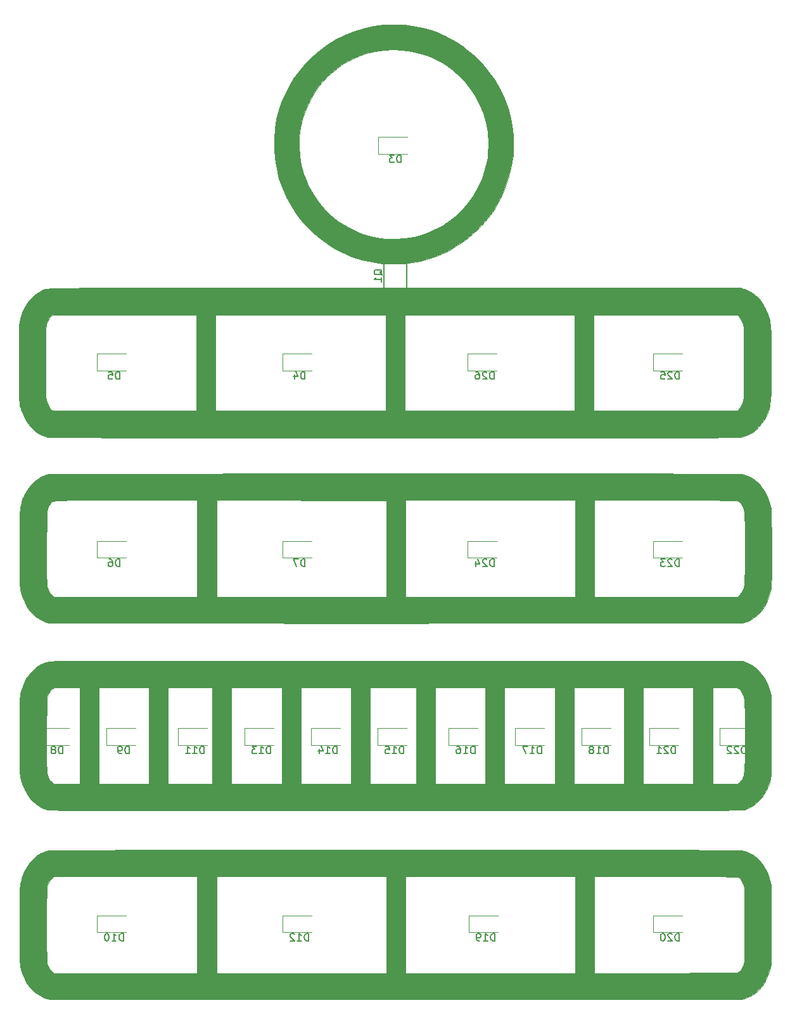
<source format=gbr>
%TF.GenerationSoftware,KiCad,Pcbnew,(5.1.9)-1*%
%TF.CreationDate,2021-12-23T21:14:11+01:00*%
%TF.ProjectId,Berlin_Uhr,4265726c-696e-45f5-9568-722e6b696361,rev?*%
%TF.SameCoordinates,Original*%
%TF.FileFunction,Legend,Bot*%
%TF.FilePolarity,Positive*%
%FSLAX46Y46*%
G04 Gerber Fmt 4.6, Leading zero omitted, Abs format (unit mm)*
G04 Created by KiCad (PCBNEW (5.1.9)-1) date 2021-12-23 21:14:11*
%MOMM*%
%LPD*%
G01*
G04 APERTURE LIST*
%ADD10C,0.010000*%
%ADD11C,0.120000*%
%ADD12C,0.150000*%
G04 APERTURE END LIST*
D10*
%TO.C,G\u002A\u002A\u002A*%
G36*
X144274268Y-24868628D02*
G01*
X143506010Y-24905919D01*
X142817845Y-24967486D01*
X142164182Y-25059367D01*
X141499432Y-25187599D01*
X141006645Y-25301357D01*
X139638855Y-25697621D01*
X138331844Y-26205137D01*
X137084609Y-26824472D01*
X135896146Y-27556194D01*
X134765453Y-28400871D01*
X133691524Y-29359070D01*
X133503157Y-29544656D01*
X132714867Y-30379040D01*
X132027198Y-31210761D01*
X131418201Y-32070418D01*
X130865931Y-32988611D01*
X130426517Y-33834250D01*
X129883323Y-35059977D01*
X129455875Y-36281023D01*
X129140450Y-37514890D01*
X128933324Y-38779082D01*
X128830774Y-40091104D01*
X128825689Y-41359000D01*
X128926756Y-42758423D01*
X129146391Y-44123312D01*
X129479549Y-45448270D01*
X129921185Y-46727903D01*
X130466255Y-47956815D01*
X131109714Y-49129612D01*
X131846517Y-50240897D01*
X132671621Y-51285277D01*
X133579980Y-52257356D01*
X134566551Y-53151738D01*
X135626288Y-53963029D01*
X136754148Y-54685834D01*
X137945085Y-55314756D01*
X139194056Y-55844402D01*
X140496015Y-56269377D01*
X141845918Y-56584284D01*
X143238721Y-56783729D01*
X143248904Y-56784734D01*
X143560940Y-56807682D01*
X143954132Y-56825043D01*
X144395806Y-56836519D01*
X144853288Y-56841815D01*
X145293907Y-56840635D01*
X145684988Y-56832683D01*
X145993857Y-56817663D01*
X146079500Y-56810381D01*
X147298458Y-56655069D01*
X148428437Y-56439430D01*
X149495909Y-56156049D01*
X150527347Y-55797513D01*
X151549224Y-55356407D01*
X151925493Y-55173144D01*
X153186072Y-54472126D01*
X154364069Y-53675024D01*
X155457140Y-52784198D01*
X156462939Y-51802005D01*
X157379122Y-50730807D01*
X158203343Y-49572961D01*
X158933257Y-48330828D01*
X159154202Y-47900474D01*
X159692884Y-46685395D01*
X160130055Y-45414927D01*
X160469070Y-44077935D01*
X160696003Y-42787750D01*
X160728124Y-42473303D01*
X160751864Y-42060735D01*
X160767242Y-41578646D01*
X160774278Y-41055635D01*
X160773447Y-40708969D01*
X157435504Y-40708969D01*
X157427382Y-41234611D01*
X157408630Y-41756389D01*
X157380037Y-42243725D01*
X157342395Y-42666037D01*
X157296493Y-42992749D01*
X157295515Y-42998002D01*
X156994787Y-44274201D01*
X156583472Y-45490689D01*
X156063993Y-46643758D01*
X155438772Y-47729699D01*
X154710234Y-48744802D01*
X153880801Y-49685358D01*
X152952896Y-50547658D01*
X151928942Y-51327993D01*
X151793720Y-51419986D01*
X151366697Y-51685174D01*
X150856864Y-51967406D01*
X150302176Y-52248193D01*
X149740589Y-52509044D01*
X149210057Y-52731470D01*
X148787528Y-52884484D01*
X147556209Y-53218357D01*
X146303263Y-53427726D01*
X145034467Y-53512098D01*
X143755601Y-53470976D01*
X142968000Y-53383348D01*
X141750505Y-53148412D01*
X140573617Y-52796875D01*
X139444324Y-52334607D01*
X138369616Y-51767475D01*
X137356480Y-51101350D01*
X136411907Y-50342099D01*
X135542884Y-49495593D01*
X134756401Y-48567699D01*
X134059447Y-47564287D01*
X133459009Y-46491226D01*
X132962078Y-45354385D01*
X132773788Y-44822642D01*
X132437697Y-43602895D01*
X132225519Y-42371457D01*
X132135708Y-41136372D01*
X132166719Y-39905685D01*
X132317009Y-38687441D01*
X132585031Y-37489685D01*
X132969241Y-36320461D01*
X133468095Y-35187814D01*
X134080046Y-34099789D01*
X134803551Y-33064431D01*
X135103428Y-32691250D01*
X135944349Y-31780026D01*
X136862299Y-30965269D01*
X137848745Y-30249599D01*
X138895152Y-29635634D01*
X139992984Y-29125993D01*
X141133706Y-28723293D01*
X142308785Y-28430155D01*
X143509684Y-28249196D01*
X144727870Y-28183036D01*
X145954806Y-28234292D01*
X147181959Y-28405584D01*
X148252385Y-28656888D01*
X149434641Y-29053186D01*
X150558477Y-29558395D01*
X151618308Y-30165936D01*
X152608546Y-30869230D01*
X153523605Y-31661697D01*
X154357897Y-32536760D01*
X155105835Y-33487840D01*
X155761834Y-34508358D01*
X156320305Y-35591734D01*
X156775663Y-36731391D01*
X157122319Y-37920749D01*
X157354688Y-39153229D01*
X157388176Y-39414653D01*
X157416692Y-39768411D01*
X157432204Y-40210043D01*
X157435504Y-40708969D01*
X160773447Y-40708969D01*
X160772994Y-40520303D01*
X160763409Y-40001249D01*
X160745544Y-39527075D01*
X160719420Y-39126379D01*
X160693219Y-38882500D01*
X160434937Y-37455315D01*
X160062181Y-36073153D01*
X159578439Y-34741884D01*
X158987200Y-33467379D01*
X158291951Y-32255509D01*
X157496179Y-31112145D01*
X156603373Y-30043159D01*
X155617020Y-29054422D01*
X154540608Y-28151805D01*
X154144000Y-27857871D01*
X152938582Y-27068780D01*
X151689395Y-26398729D01*
X150398819Y-25848437D01*
X149069229Y-25418626D01*
X147703003Y-25110015D01*
X146302519Y-24923324D01*
X144870154Y-24859274D01*
X144274268Y-24868628D01*
G37*
X144274268Y-24868628D02*
X143506010Y-24905919D01*
X142817845Y-24967486D01*
X142164182Y-25059367D01*
X141499432Y-25187599D01*
X141006645Y-25301357D01*
X139638855Y-25697621D01*
X138331844Y-26205137D01*
X137084609Y-26824472D01*
X135896146Y-27556194D01*
X134765453Y-28400871D01*
X133691524Y-29359070D01*
X133503157Y-29544656D01*
X132714867Y-30379040D01*
X132027198Y-31210761D01*
X131418201Y-32070418D01*
X130865931Y-32988611D01*
X130426517Y-33834250D01*
X129883323Y-35059977D01*
X129455875Y-36281023D01*
X129140450Y-37514890D01*
X128933324Y-38779082D01*
X128830774Y-40091104D01*
X128825689Y-41359000D01*
X128926756Y-42758423D01*
X129146391Y-44123312D01*
X129479549Y-45448270D01*
X129921185Y-46727903D01*
X130466255Y-47956815D01*
X131109714Y-49129612D01*
X131846517Y-50240897D01*
X132671621Y-51285277D01*
X133579980Y-52257356D01*
X134566551Y-53151738D01*
X135626288Y-53963029D01*
X136754148Y-54685834D01*
X137945085Y-55314756D01*
X139194056Y-55844402D01*
X140496015Y-56269377D01*
X141845918Y-56584284D01*
X143238721Y-56783729D01*
X143248904Y-56784734D01*
X143560940Y-56807682D01*
X143954132Y-56825043D01*
X144395806Y-56836519D01*
X144853288Y-56841815D01*
X145293907Y-56840635D01*
X145684988Y-56832683D01*
X145993857Y-56817663D01*
X146079500Y-56810381D01*
X147298458Y-56655069D01*
X148428437Y-56439430D01*
X149495909Y-56156049D01*
X150527347Y-55797513D01*
X151549224Y-55356407D01*
X151925493Y-55173144D01*
X153186072Y-54472126D01*
X154364069Y-53675024D01*
X155457140Y-52784198D01*
X156462939Y-51802005D01*
X157379122Y-50730807D01*
X158203343Y-49572961D01*
X158933257Y-48330828D01*
X159154202Y-47900474D01*
X159692884Y-46685395D01*
X160130055Y-45414927D01*
X160469070Y-44077935D01*
X160696003Y-42787750D01*
X160728124Y-42473303D01*
X160751864Y-42060735D01*
X160767242Y-41578646D01*
X160774278Y-41055635D01*
X160773447Y-40708969D01*
X157435504Y-40708969D01*
X157427382Y-41234611D01*
X157408630Y-41756389D01*
X157380037Y-42243725D01*
X157342395Y-42666037D01*
X157296493Y-42992749D01*
X157295515Y-42998002D01*
X156994787Y-44274201D01*
X156583472Y-45490689D01*
X156063993Y-46643758D01*
X155438772Y-47729699D01*
X154710234Y-48744802D01*
X153880801Y-49685358D01*
X152952896Y-50547658D01*
X151928942Y-51327993D01*
X151793720Y-51419986D01*
X151366697Y-51685174D01*
X150856864Y-51967406D01*
X150302176Y-52248193D01*
X149740589Y-52509044D01*
X149210057Y-52731470D01*
X148787528Y-52884484D01*
X147556209Y-53218357D01*
X146303263Y-53427726D01*
X145034467Y-53512098D01*
X143755601Y-53470976D01*
X142968000Y-53383348D01*
X141750505Y-53148412D01*
X140573617Y-52796875D01*
X139444324Y-52334607D01*
X138369616Y-51767475D01*
X137356480Y-51101350D01*
X136411907Y-50342099D01*
X135542884Y-49495593D01*
X134756401Y-48567699D01*
X134059447Y-47564287D01*
X133459009Y-46491226D01*
X132962078Y-45354385D01*
X132773788Y-44822642D01*
X132437697Y-43602895D01*
X132225519Y-42371457D01*
X132135708Y-41136372D01*
X132166719Y-39905685D01*
X132317009Y-38687441D01*
X132585031Y-37489685D01*
X132969241Y-36320461D01*
X133468095Y-35187814D01*
X134080046Y-34099789D01*
X134803551Y-33064431D01*
X135103428Y-32691250D01*
X135944349Y-31780026D01*
X136862299Y-30965269D01*
X137848745Y-30249599D01*
X138895152Y-29635634D01*
X139992984Y-29125993D01*
X141133706Y-28723293D01*
X142308785Y-28430155D01*
X143509684Y-28249196D01*
X144727870Y-28183036D01*
X145954806Y-28234292D01*
X147181959Y-28405584D01*
X148252385Y-28656888D01*
X149434641Y-29053186D01*
X150558477Y-29558395D01*
X151618308Y-30165936D01*
X152608546Y-30869230D01*
X153523605Y-31661697D01*
X154357897Y-32536760D01*
X155105835Y-33487840D01*
X155761834Y-34508358D01*
X156320305Y-35591734D01*
X156775663Y-36731391D01*
X157122319Y-37920749D01*
X157354688Y-39153229D01*
X157388176Y-39414653D01*
X157416692Y-39768411D01*
X157432204Y-40210043D01*
X157435504Y-40708969D01*
X160773447Y-40708969D01*
X160772994Y-40520303D01*
X160763409Y-40001249D01*
X160745544Y-39527075D01*
X160719420Y-39126379D01*
X160693219Y-38882500D01*
X160434937Y-37455315D01*
X160062181Y-36073153D01*
X159578439Y-34741884D01*
X158987200Y-33467379D01*
X158291951Y-32255509D01*
X157496179Y-31112145D01*
X156603373Y-30043159D01*
X155617020Y-29054422D01*
X154540608Y-28151805D01*
X154144000Y-27857871D01*
X152938582Y-27068780D01*
X151689395Y-26398729D01*
X150398819Y-25848437D01*
X149069229Y-25418626D01*
X147703003Y-25110015D01*
X146302519Y-24923324D01*
X144870154Y-24859274D01*
X144274268Y-24868628D01*
G36*
X116074207Y-60034196D02*
G01*
X114549594Y-60034660D01*
X113113880Y-60035411D01*
X111764343Y-60036475D01*
X110498262Y-60037875D01*
X109312916Y-60039636D01*
X108205582Y-60041781D01*
X107173539Y-60044336D01*
X106214067Y-60047323D01*
X105324442Y-60050768D01*
X104501944Y-60054695D01*
X103743851Y-60059127D01*
X103047442Y-60064089D01*
X102409995Y-60069605D01*
X101828788Y-60075699D01*
X101301101Y-60082395D01*
X100824211Y-60089717D01*
X100395397Y-60097690D01*
X100011938Y-60106338D01*
X99671112Y-60115685D01*
X99370198Y-60125755D01*
X99106473Y-60136572D01*
X98877217Y-60148161D01*
X98679709Y-60160545D01*
X98511225Y-60173749D01*
X98369046Y-60187796D01*
X98250449Y-60202712D01*
X98152713Y-60218520D01*
X98073116Y-60235244D01*
X98008937Y-60252909D01*
X97957455Y-60271538D01*
X97915947Y-60291157D01*
X97881693Y-60311788D01*
X97851971Y-60333457D01*
X97824059Y-60356186D01*
X97795236Y-60380002D01*
X97762781Y-60404927D01*
X97723971Y-60430985D01*
X97676085Y-60458202D01*
X97661466Y-60465644D01*
X97009647Y-60859496D01*
X96426822Y-61354895D01*
X95918872Y-61943178D01*
X95491674Y-62615687D01*
X95151109Y-63363761D01*
X94903054Y-64178738D01*
X94804645Y-64673990D01*
X94786033Y-64807040D01*
X94769890Y-64966844D01*
X94756052Y-65162495D01*
X94744358Y-65403086D01*
X94734646Y-65697711D01*
X94726753Y-66055461D01*
X94720517Y-66485431D01*
X94715776Y-66996712D01*
X94712367Y-67598398D01*
X94710128Y-68299581D01*
X94708897Y-69109355D01*
X94708511Y-70036812D01*
X94708511Y-70061000D01*
X94708711Y-71018830D01*
X94709711Y-71859315D01*
X94712110Y-72592105D01*
X94716508Y-73226854D01*
X94723505Y-73773215D01*
X94733701Y-74240841D01*
X94747695Y-74639384D01*
X94766088Y-74978499D01*
X94789479Y-75267837D01*
X94818468Y-75517051D01*
X94853654Y-75735796D01*
X94895637Y-75933722D01*
X94945018Y-76120484D01*
X95002396Y-76305735D01*
X95068370Y-76499127D01*
X95117060Y-76636322D01*
X95459100Y-77430218D01*
X95883076Y-78129512D01*
X96387032Y-78732230D01*
X96969015Y-79236398D01*
X97627068Y-79640043D01*
X98359238Y-79941192D01*
X98405711Y-79956031D01*
X98432780Y-79962678D01*
X98472595Y-79969044D01*
X98527872Y-79975135D01*
X98601330Y-79980960D01*
X98695686Y-79986523D01*
X98813657Y-79991833D01*
X98957962Y-79996895D01*
X99131317Y-80001718D01*
X99336439Y-80006307D01*
X99576048Y-80010669D01*
X99852859Y-80014811D01*
X100169591Y-80018741D01*
X100528961Y-80022464D01*
X100933686Y-80025987D01*
X101386484Y-80029318D01*
X101890073Y-80032464D01*
X102447170Y-80035430D01*
X103060492Y-80038223D01*
X103732758Y-80040852D01*
X104466683Y-80043321D01*
X105264987Y-80045639D01*
X106130386Y-80047812D01*
X107065599Y-80049847D01*
X108073342Y-80051750D01*
X109156332Y-80053528D01*
X110317289Y-80055189D01*
X111558928Y-80056739D01*
X112883968Y-80058184D01*
X114295126Y-80059532D01*
X115795119Y-80060789D01*
X117386666Y-80061963D01*
X119072483Y-80063059D01*
X120855288Y-80064086D01*
X122737798Y-80065049D01*
X124722732Y-80065955D01*
X126812806Y-80066811D01*
X129010738Y-80067625D01*
X131319245Y-80068402D01*
X133741046Y-80069149D01*
X136278857Y-80069874D01*
X138935396Y-80070584D01*
X141713381Y-80071284D01*
X144615529Y-80071982D01*
X144746000Y-80072013D01*
X147705253Y-80072680D01*
X150540055Y-80073255D01*
X153252958Y-80073734D01*
X155846510Y-80074113D01*
X158323261Y-80074387D01*
X160685762Y-80074553D01*
X162936562Y-80074606D01*
X165078212Y-80074543D01*
X167113261Y-80074358D01*
X169044258Y-80074049D01*
X170873755Y-80073611D01*
X172604300Y-80073039D01*
X174238445Y-80072330D01*
X175778737Y-80071479D01*
X177227728Y-80070483D01*
X178587968Y-80069337D01*
X179862005Y-80068037D01*
X181052391Y-80066579D01*
X182161675Y-80064958D01*
X183192407Y-80063172D01*
X184147136Y-80061215D01*
X185028413Y-80059083D01*
X185838788Y-80056773D01*
X186580810Y-80054280D01*
X187257030Y-80051600D01*
X187869996Y-80048729D01*
X188422260Y-80045662D01*
X188916371Y-80042396D01*
X189354878Y-80038927D01*
X189740333Y-80035250D01*
X190075284Y-80031362D01*
X190362281Y-80027257D01*
X190603875Y-80022932D01*
X190802615Y-80018384D01*
X190961052Y-80013607D01*
X191081735Y-80008597D01*
X191167213Y-80003351D01*
X191220038Y-79997865D01*
X191227069Y-79996709D01*
X191673645Y-79877221D01*
X192173419Y-79674707D01*
X192306406Y-79610723D01*
X192610213Y-79450818D01*
X192857433Y-79294216D01*
X193088989Y-79110679D01*
X193345806Y-78869968D01*
X193450338Y-78765501D01*
X193999767Y-78127336D01*
X194443354Y-77427788D01*
X194783393Y-76661639D01*
X195022178Y-75823675D01*
X195162002Y-74908679D01*
X195166213Y-74863294D01*
X195177903Y-74665047D01*
X195188241Y-74353679D01*
X195197230Y-73943063D01*
X195204867Y-73447071D01*
X195211154Y-72879574D01*
X195216090Y-72254445D01*
X195219675Y-71585556D01*
X195221910Y-70886780D01*
X195222794Y-70171988D01*
X195222722Y-70061000D01*
X191609000Y-70061000D01*
X191608722Y-70965072D01*
X191607771Y-71751145D01*
X191605968Y-72428220D01*
X191603139Y-73005297D01*
X191599105Y-73491377D01*
X191593690Y-73895459D01*
X191586719Y-74226543D01*
X191578013Y-74493631D01*
X191567396Y-74705723D01*
X191554691Y-74871818D01*
X191539722Y-75000918D01*
X191522312Y-75102022D01*
X191508885Y-75159775D01*
X191366168Y-75601302D01*
X191184659Y-75951300D01*
X190946778Y-76243456D01*
X190939704Y-76250563D01*
X190715767Y-76474500D01*
X171543000Y-76474500D01*
X171543000Y-63647500D01*
X168939500Y-63647500D01*
X168939500Y-76474500D01*
X146270000Y-76474500D01*
X146270000Y-63647500D01*
X143730000Y-63647500D01*
X143730000Y-76474500D01*
X120997000Y-76474500D01*
X120997000Y-63647500D01*
X118457000Y-63647500D01*
X118457000Y-76474500D01*
X99220920Y-76474500D01*
X98996640Y-76277579D01*
X98790626Y-76037879D01*
X98600515Y-75709224D01*
X98444472Y-75329636D01*
X98340661Y-74937140D01*
X98331725Y-74885768D01*
X98317618Y-74731516D01*
X98305054Y-74455168D01*
X98294100Y-74061618D01*
X98284821Y-73555761D01*
X98277284Y-72942493D01*
X98271556Y-72226707D01*
X98267702Y-71413299D01*
X98265788Y-70507164D01*
X98265583Y-69997500D01*
X98265929Y-69084448D01*
X98267075Y-68288949D01*
X98269588Y-67601556D01*
X98274037Y-67012820D01*
X98280990Y-66513295D01*
X98291014Y-66093532D01*
X98304678Y-65744086D01*
X98322549Y-65455508D01*
X98345195Y-65218351D01*
X98373185Y-65023168D01*
X98407086Y-64860511D01*
X98447467Y-64720933D01*
X98494894Y-64594987D01*
X98549937Y-64473226D01*
X98604276Y-64363710D01*
X98743330Y-64138175D01*
X98913676Y-63925903D01*
X98992382Y-63848158D01*
X99220920Y-63647500D01*
X118457000Y-63647500D01*
X120997000Y-63647500D01*
X143730000Y-63647500D01*
X146270000Y-63647500D01*
X168939500Y-63647500D01*
X171543000Y-63647500D01*
X190715767Y-63647500D01*
X190939704Y-63871436D01*
X191179279Y-64162540D01*
X191362029Y-64510613D01*
X191505529Y-64949342D01*
X191508885Y-64962224D01*
X191528069Y-65049344D01*
X191544692Y-65158294D01*
X191558928Y-65298074D01*
X191570956Y-65477684D01*
X191580952Y-65706125D01*
X191589093Y-65992397D01*
X191595555Y-66345501D01*
X191600516Y-66774436D01*
X191604151Y-67288203D01*
X191606638Y-67895802D01*
X191608154Y-68606234D01*
X191608874Y-69428499D01*
X191609000Y-70061000D01*
X195222722Y-70061000D01*
X195222327Y-69455052D01*
X195220510Y-68749845D01*
X195217342Y-68070239D01*
X195212823Y-67430105D01*
X195206954Y-66843317D01*
X195199734Y-66323746D01*
X195191163Y-65885265D01*
X195181242Y-65541745D01*
X195169970Y-65307058D01*
X195166213Y-65258705D01*
X195033508Y-64368842D01*
X194804340Y-63538944D01*
X194483848Y-62776331D01*
X194077172Y-62088324D01*
X193589451Y-61482242D01*
X193025824Y-60965404D01*
X192391429Y-60545132D01*
X191691407Y-60228744D01*
X191616371Y-60202549D01*
X191196250Y-60059750D01*
X145222250Y-60043405D01*
X142294296Y-60042321D01*
X139490619Y-60041211D01*
X136808500Y-60040099D01*
X134245216Y-60039009D01*
X131798046Y-60037966D01*
X129464269Y-60036994D01*
X127241162Y-60036116D01*
X125126005Y-60035358D01*
X123116075Y-60034742D01*
X121208652Y-60034294D01*
X119401014Y-60034038D01*
X117690439Y-60033997D01*
X116074207Y-60034196D01*
G37*
X116074207Y-60034196D02*
X114549594Y-60034660D01*
X113113880Y-60035411D01*
X111764343Y-60036475D01*
X110498262Y-60037875D01*
X109312916Y-60039636D01*
X108205582Y-60041781D01*
X107173539Y-60044336D01*
X106214067Y-60047323D01*
X105324442Y-60050768D01*
X104501944Y-60054695D01*
X103743851Y-60059127D01*
X103047442Y-60064089D01*
X102409995Y-60069605D01*
X101828788Y-60075699D01*
X101301101Y-60082395D01*
X100824211Y-60089717D01*
X100395397Y-60097690D01*
X100011938Y-60106338D01*
X99671112Y-60115685D01*
X99370198Y-60125755D01*
X99106473Y-60136572D01*
X98877217Y-60148161D01*
X98679709Y-60160545D01*
X98511225Y-60173749D01*
X98369046Y-60187796D01*
X98250449Y-60202712D01*
X98152713Y-60218520D01*
X98073116Y-60235244D01*
X98008937Y-60252909D01*
X97957455Y-60271538D01*
X97915947Y-60291157D01*
X97881693Y-60311788D01*
X97851971Y-60333457D01*
X97824059Y-60356186D01*
X97795236Y-60380002D01*
X97762781Y-60404927D01*
X97723971Y-60430985D01*
X97676085Y-60458202D01*
X97661466Y-60465644D01*
X97009647Y-60859496D01*
X96426822Y-61354895D01*
X95918872Y-61943178D01*
X95491674Y-62615687D01*
X95151109Y-63363761D01*
X94903054Y-64178738D01*
X94804645Y-64673990D01*
X94786033Y-64807040D01*
X94769890Y-64966844D01*
X94756052Y-65162495D01*
X94744358Y-65403086D01*
X94734646Y-65697711D01*
X94726753Y-66055461D01*
X94720517Y-66485431D01*
X94715776Y-66996712D01*
X94712367Y-67598398D01*
X94710128Y-68299581D01*
X94708897Y-69109355D01*
X94708511Y-70036812D01*
X94708511Y-70061000D01*
X94708711Y-71018830D01*
X94709711Y-71859315D01*
X94712110Y-72592105D01*
X94716508Y-73226854D01*
X94723505Y-73773215D01*
X94733701Y-74240841D01*
X94747695Y-74639384D01*
X94766088Y-74978499D01*
X94789479Y-75267837D01*
X94818468Y-75517051D01*
X94853654Y-75735796D01*
X94895637Y-75933722D01*
X94945018Y-76120484D01*
X95002396Y-76305735D01*
X95068370Y-76499127D01*
X95117060Y-76636322D01*
X95459100Y-77430218D01*
X95883076Y-78129512D01*
X96387032Y-78732230D01*
X96969015Y-79236398D01*
X97627068Y-79640043D01*
X98359238Y-79941192D01*
X98405711Y-79956031D01*
X98432780Y-79962678D01*
X98472595Y-79969044D01*
X98527872Y-79975135D01*
X98601330Y-79980960D01*
X98695686Y-79986523D01*
X98813657Y-79991833D01*
X98957962Y-79996895D01*
X99131317Y-80001718D01*
X99336439Y-80006307D01*
X99576048Y-80010669D01*
X99852859Y-80014811D01*
X100169591Y-80018741D01*
X100528961Y-80022464D01*
X100933686Y-80025987D01*
X101386484Y-80029318D01*
X101890073Y-80032464D01*
X102447170Y-80035430D01*
X103060492Y-80038223D01*
X103732758Y-80040852D01*
X104466683Y-80043321D01*
X105264987Y-80045639D01*
X106130386Y-80047812D01*
X107065599Y-80049847D01*
X108073342Y-80051750D01*
X109156332Y-80053528D01*
X110317289Y-80055189D01*
X111558928Y-80056739D01*
X112883968Y-80058184D01*
X114295126Y-80059532D01*
X115795119Y-80060789D01*
X117386666Y-80061963D01*
X119072483Y-80063059D01*
X120855288Y-80064086D01*
X122737798Y-80065049D01*
X124722732Y-80065955D01*
X126812806Y-80066811D01*
X129010738Y-80067625D01*
X131319245Y-80068402D01*
X133741046Y-80069149D01*
X136278857Y-80069874D01*
X138935396Y-80070584D01*
X141713381Y-80071284D01*
X144615529Y-80071982D01*
X144746000Y-80072013D01*
X147705253Y-80072680D01*
X150540055Y-80073255D01*
X153252958Y-80073734D01*
X155846510Y-80074113D01*
X158323261Y-80074387D01*
X160685762Y-80074553D01*
X162936562Y-80074606D01*
X165078212Y-80074543D01*
X167113261Y-80074358D01*
X169044258Y-80074049D01*
X170873755Y-80073611D01*
X172604300Y-80073039D01*
X174238445Y-80072330D01*
X175778737Y-80071479D01*
X177227728Y-80070483D01*
X178587968Y-80069337D01*
X179862005Y-80068037D01*
X181052391Y-80066579D01*
X182161675Y-80064958D01*
X183192407Y-80063172D01*
X184147136Y-80061215D01*
X185028413Y-80059083D01*
X185838788Y-80056773D01*
X186580810Y-80054280D01*
X187257030Y-80051600D01*
X187869996Y-80048729D01*
X188422260Y-80045662D01*
X188916371Y-80042396D01*
X189354878Y-80038927D01*
X189740333Y-80035250D01*
X190075284Y-80031362D01*
X190362281Y-80027257D01*
X190603875Y-80022932D01*
X190802615Y-80018384D01*
X190961052Y-80013607D01*
X191081735Y-80008597D01*
X191167213Y-80003351D01*
X191220038Y-79997865D01*
X191227069Y-79996709D01*
X191673645Y-79877221D01*
X192173419Y-79674707D01*
X192306406Y-79610723D01*
X192610213Y-79450818D01*
X192857433Y-79294216D01*
X193088989Y-79110679D01*
X193345806Y-78869968D01*
X193450338Y-78765501D01*
X193999767Y-78127336D01*
X194443354Y-77427788D01*
X194783393Y-76661639D01*
X195022178Y-75823675D01*
X195162002Y-74908679D01*
X195166213Y-74863294D01*
X195177903Y-74665047D01*
X195188241Y-74353679D01*
X195197230Y-73943063D01*
X195204867Y-73447071D01*
X195211154Y-72879574D01*
X195216090Y-72254445D01*
X195219675Y-71585556D01*
X195221910Y-70886780D01*
X195222794Y-70171988D01*
X195222722Y-70061000D01*
X191609000Y-70061000D01*
X191608722Y-70965072D01*
X191607771Y-71751145D01*
X191605968Y-72428220D01*
X191603139Y-73005297D01*
X191599105Y-73491377D01*
X191593690Y-73895459D01*
X191586719Y-74226543D01*
X191578013Y-74493631D01*
X191567396Y-74705723D01*
X191554691Y-74871818D01*
X191539722Y-75000918D01*
X191522312Y-75102022D01*
X191508885Y-75159775D01*
X191366168Y-75601302D01*
X191184659Y-75951300D01*
X190946778Y-76243456D01*
X190939704Y-76250563D01*
X190715767Y-76474500D01*
X171543000Y-76474500D01*
X171543000Y-63647500D01*
X168939500Y-63647500D01*
X168939500Y-76474500D01*
X146270000Y-76474500D01*
X146270000Y-63647500D01*
X143730000Y-63647500D01*
X143730000Y-76474500D01*
X120997000Y-76474500D01*
X120997000Y-63647500D01*
X118457000Y-63647500D01*
X118457000Y-76474500D01*
X99220920Y-76474500D01*
X98996640Y-76277579D01*
X98790626Y-76037879D01*
X98600515Y-75709224D01*
X98444472Y-75329636D01*
X98340661Y-74937140D01*
X98331725Y-74885768D01*
X98317618Y-74731516D01*
X98305054Y-74455168D01*
X98294100Y-74061618D01*
X98284821Y-73555761D01*
X98277284Y-72942493D01*
X98271556Y-72226707D01*
X98267702Y-71413299D01*
X98265788Y-70507164D01*
X98265583Y-69997500D01*
X98265929Y-69084448D01*
X98267075Y-68288949D01*
X98269588Y-67601556D01*
X98274037Y-67012820D01*
X98280990Y-66513295D01*
X98291014Y-66093532D01*
X98304678Y-65744086D01*
X98322549Y-65455508D01*
X98345195Y-65218351D01*
X98373185Y-65023168D01*
X98407086Y-64860511D01*
X98447467Y-64720933D01*
X98494894Y-64594987D01*
X98549937Y-64473226D01*
X98604276Y-64363710D01*
X98743330Y-64138175D01*
X98913676Y-63925903D01*
X98992382Y-63848158D01*
X99220920Y-63647500D01*
X118457000Y-63647500D01*
X120997000Y-63647500D01*
X143730000Y-63647500D01*
X146270000Y-63647500D01*
X168939500Y-63647500D01*
X171543000Y-63647500D01*
X190715767Y-63647500D01*
X190939704Y-63871436D01*
X191179279Y-64162540D01*
X191362029Y-64510613D01*
X191505529Y-64949342D01*
X191508885Y-64962224D01*
X191528069Y-65049344D01*
X191544692Y-65158294D01*
X191558928Y-65298074D01*
X191570956Y-65477684D01*
X191580952Y-65706125D01*
X191589093Y-65992397D01*
X191595555Y-66345501D01*
X191600516Y-66774436D01*
X191604151Y-67288203D01*
X191606638Y-67895802D01*
X191608154Y-68606234D01*
X191608874Y-69428499D01*
X191609000Y-70061000D01*
X195222722Y-70061000D01*
X195222327Y-69455052D01*
X195220510Y-68749845D01*
X195217342Y-68070239D01*
X195212823Y-67430105D01*
X195206954Y-66843317D01*
X195199734Y-66323746D01*
X195191163Y-65885265D01*
X195181242Y-65541745D01*
X195169970Y-65307058D01*
X195166213Y-65258705D01*
X195033508Y-64368842D01*
X194804340Y-63538944D01*
X194483848Y-62776331D01*
X194077172Y-62088324D01*
X193589451Y-61482242D01*
X193025824Y-60965404D01*
X192391429Y-60545132D01*
X191691407Y-60228744D01*
X191616371Y-60202549D01*
X191196250Y-60059750D01*
X145222250Y-60043405D01*
X142294296Y-60042321D01*
X139490619Y-60041211D01*
X136808500Y-60040099D01*
X134245216Y-60039009D01*
X131798046Y-60037966D01*
X129464269Y-60036994D01*
X127241162Y-60036116D01*
X125126005Y-60035358D01*
X123116075Y-60034742D01*
X121208652Y-60034294D01*
X119401014Y-60034038D01*
X117690439Y-60033997D01*
X116074207Y-60034196D01*
G36*
X166756676Y-84866586D02*
G01*
X164740020Y-84866769D01*
X162617499Y-84867071D01*
X160386443Y-84867488D01*
X158044181Y-84868017D01*
X155588044Y-84868651D01*
X153015359Y-84869388D01*
X150323457Y-84870221D01*
X147509668Y-84871148D01*
X144827987Y-84872072D01*
X98740250Y-84888250D01*
X98327500Y-85035949D01*
X97624523Y-85353889D01*
X96981466Y-85779592D01*
X96407116Y-86304570D01*
X95910261Y-86920335D01*
X95499686Y-87618398D01*
X95374573Y-87888490D01*
X95269697Y-88138051D01*
X95177347Y-88377828D01*
X95096797Y-88617224D01*
X95027321Y-88865642D01*
X94968191Y-89132486D01*
X94918683Y-89427159D01*
X94878068Y-89759065D01*
X94845621Y-90137608D01*
X94820615Y-90572191D01*
X94802325Y-91072217D01*
X94790022Y-91647090D01*
X94782982Y-92306214D01*
X94780478Y-93058992D01*
X94781782Y-93914828D01*
X94786170Y-94883125D01*
X94789596Y-95461000D01*
X94795473Y-96346466D01*
X94801399Y-97114358D01*
X94807626Y-97774099D01*
X94814404Y-98335116D01*
X94821983Y-98806832D01*
X94830613Y-99198673D01*
X94840545Y-99520064D01*
X94852028Y-99780429D01*
X94865314Y-99989194D01*
X94880652Y-100155783D01*
X94898292Y-100289622D01*
X94918486Y-100400134D01*
X94921072Y-100412186D01*
X95157722Y-101271001D01*
X95475332Y-102058799D01*
X95868054Y-102765234D01*
X96330042Y-103379964D01*
X96855447Y-103892643D01*
X96916414Y-103942007D01*
X97239158Y-104167551D01*
X97621212Y-104386985D01*
X98020910Y-104579722D01*
X98396587Y-104725175D01*
X98632251Y-104789779D01*
X98697324Y-104794533D01*
X98846323Y-104799090D01*
X99080700Y-104803453D01*
X99401907Y-104807622D01*
X99811396Y-104811601D01*
X100310619Y-104815391D01*
X100901028Y-104818994D01*
X101584075Y-104822412D01*
X102361211Y-104825648D01*
X103233890Y-104828703D01*
X104203562Y-104831579D01*
X105271680Y-104834278D01*
X106439695Y-104836803D01*
X107709061Y-104839156D01*
X109081227Y-104841338D01*
X110557648Y-104843351D01*
X112139773Y-104845198D01*
X113829056Y-104846881D01*
X115626949Y-104848401D01*
X117534903Y-104849761D01*
X119554370Y-104850962D01*
X121686802Y-104852007D01*
X123933651Y-104852898D01*
X126296370Y-104853637D01*
X128776410Y-104854225D01*
X131375222Y-104854666D01*
X134094260Y-104854960D01*
X136934975Y-104855110D01*
X139898818Y-104855117D01*
X142987243Y-104854985D01*
X145114251Y-104854820D01*
X148052206Y-104854531D01*
X150865791Y-104854203D01*
X153557636Y-104853830D01*
X156130371Y-104853408D01*
X158586624Y-104852930D01*
X160929027Y-104852392D01*
X163160209Y-104851788D01*
X165282800Y-104851112D01*
X167299430Y-104850359D01*
X169212728Y-104849524D01*
X171025325Y-104848601D01*
X172739850Y-104847584D01*
X174358933Y-104846469D01*
X175885205Y-104845249D01*
X177321294Y-104843920D01*
X178669830Y-104842475D01*
X179933444Y-104840910D01*
X181114766Y-104839219D01*
X182216425Y-104837397D01*
X183241050Y-104835437D01*
X184191273Y-104833335D01*
X185069723Y-104831086D01*
X185879029Y-104828683D01*
X186621821Y-104826121D01*
X187300730Y-104823395D01*
X187918385Y-104820500D01*
X188477415Y-104817429D01*
X188980452Y-104814178D01*
X189430124Y-104810741D01*
X189829062Y-104807112D01*
X190179895Y-104803287D01*
X190485253Y-104799260D01*
X190747766Y-104795024D01*
X190970065Y-104790576D01*
X191154777Y-104785908D01*
X191304535Y-104781017D01*
X191421967Y-104775896D01*
X191509703Y-104770540D01*
X191570373Y-104764944D01*
X191606607Y-104759102D01*
X191609000Y-104758500D01*
X192259612Y-104522561D01*
X192868109Y-104174647D01*
X193426517Y-103725111D01*
X193926857Y-103184303D01*
X194361152Y-102562576D01*
X194721426Y-101870283D01*
X194999702Y-101117773D01*
X195188002Y-100315400D01*
X195225988Y-100064750D01*
X195241366Y-99904613D01*
X195254352Y-99670665D01*
X195265002Y-99356949D01*
X195273375Y-98957507D01*
X195279526Y-98466381D01*
X195283514Y-97877615D01*
X195285395Y-97185250D01*
X195285226Y-96383329D01*
X195283065Y-95465894D01*
X195280576Y-94826000D01*
X191734530Y-94826000D01*
X191733843Y-95578617D01*
X191731620Y-96301393D01*
X191727993Y-96983120D01*
X191723093Y-97612596D01*
X191717054Y-98178614D01*
X191710006Y-98669969D01*
X191702083Y-99075457D01*
X191693416Y-99383873D01*
X191684137Y-99584011D01*
X191677636Y-99652000D01*
X191550495Y-100173481D01*
X191356862Y-100626277D01*
X191107189Y-100986669D01*
X191073335Y-101023232D01*
X190805270Y-101303000D01*
X171606500Y-101303000D01*
X171606500Y-88412500D01*
X169066500Y-88412500D01*
X169066500Y-101303000D01*
X146397000Y-101303000D01*
X143857605Y-101303000D01*
X121124000Y-101303000D01*
X121124000Y-88412500D01*
X118520500Y-88412500D01*
X118520500Y-101303000D01*
X99343866Y-101303000D01*
X99091632Y-101075121D01*
X98827395Y-100760790D01*
X98615950Y-100352858D01*
X98470957Y-99878541D01*
X98457188Y-99810750D01*
X98442023Y-99684247D01*
X98429234Y-99472710D01*
X98418769Y-99171209D01*
X98410577Y-98774815D01*
X98404608Y-98278598D01*
X98400810Y-97677629D01*
X98399132Y-96966978D01*
X98399523Y-96141716D01*
X98401933Y-95196914D01*
X98403923Y-94667250D01*
X98407630Y-93746504D01*
X98411151Y-92943613D01*
X98415203Y-92249434D01*
X98420500Y-91654823D01*
X98427759Y-91150640D01*
X98437694Y-90727740D01*
X98451021Y-90376983D01*
X98468457Y-90089224D01*
X98490715Y-89855321D01*
X98518513Y-89666133D01*
X98552565Y-89512515D01*
X98593588Y-89385327D01*
X98642296Y-89275425D01*
X98699405Y-89173667D01*
X98765631Y-89070909D01*
X98841689Y-88958011D01*
X98851968Y-88942664D01*
X98895017Y-88871982D01*
X98929201Y-88807829D01*
X98960541Y-88749891D01*
X98995061Y-88697856D01*
X99038782Y-88651407D01*
X99097728Y-88610232D01*
X99177921Y-88574015D01*
X99285384Y-88542443D01*
X99426140Y-88515201D01*
X99606210Y-88491975D01*
X99831619Y-88472451D01*
X100108387Y-88456315D01*
X100442538Y-88443252D01*
X100840095Y-88432948D01*
X101307080Y-88425089D01*
X101849516Y-88419361D01*
X102473426Y-88415449D01*
X103184831Y-88413040D01*
X103989755Y-88411818D01*
X104894220Y-88411471D01*
X105904250Y-88411682D01*
X107025866Y-88412140D01*
X108265091Y-88412528D01*
X109011375Y-88412598D01*
X118520500Y-88412500D01*
X121124000Y-88412500D01*
X121124000Y-88412152D01*
X143825250Y-88444250D01*
X143841428Y-94873625D01*
X143857605Y-101303000D01*
X146397000Y-101303000D01*
X146397000Y-88412500D01*
X169066500Y-88412500D01*
X171606500Y-88412500D01*
X181095617Y-88412500D01*
X182504282Y-88412924D01*
X183809357Y-88414188D01*
X185008815Y-88416279D01*
X186100629Y-88419184D01*
X187082774Y-88422889D01*
X187953222Y-88427382D01*
X188709947Y-88432648D01*
X189350923Y-88438675D01*
X189874123Y-88445450D01*
X190277521Y-88452960D01*
X190559091Y-88461190D01*
X190716806Y-88470129D01*
X190750049Y-88475353D01*
X190981143Y-88622802D01*
X191207848Y-88880638D01*
X191398277Y-89197927D01*
X191459915Y-89322611D01*
X191513507Y-89443634D01*
X191559617Y-89570431D01*
X191598809Y-89712440D01*
X191631646Y-89879096D01*
X191658692Y-90079837D01*
X191680512Y-90324098D01*
X191697668Y-90621316D01*
X191710725Y-90980929D01*
X191720247Y-91412371D01*
X191726796Y-91925081D01*
X191730938Y-92528494D01*
X191733235Y-93232046D01*
X191734252Y-94045176D01*
X191734530Y-94826000D01*
X195280576Y-94826000D01*
X195279340Y-94508500D01*
X195256956Y-89523750D01*
X195084019Y-88888750D01*
X194823835Y-88120446D01*
X194479063Y-87399099D01*
X194061880Y-86744604D01*
X193584464Y-86176858D01*
X193216890Y-85838373D01*
X192803111Y-85548459D01*
X192318584Y-85286526D01*
X191814303Y-85077113D01*
X191373487Y-84951252D01*
X191334469Y-84945199D01*
X191275042Y-84939410D01*
X191192537Y-84933883D01*
X191084283Y-84928611D01*
X190947609Y-84923592D01*
X190779844Y-84918819D01*
X190578319Y-84914289D01*
X190340362Y-84909997D01*
X190063304Y-84905938D01*
X189744473Y-84902109D01*
X189381199Y-84898504D01*
X188970812Y-84895118D01*
X188510641Y-84891948D01*
X187998016Y-84888989D01*
X187430266Y-84886236D01*
X186804720Y-84883685D01*
X186118709Y-84881331D01*
X185369561Y-84879169D01*
X184554606Y-84877196D01*
X183671174Y-84875406D01*
X182716593Y-84873795D01*
X181688194Y-84872358D01*
X180583307Y-84871091D01*
X179399259Y-84869990D01*
X178133382Y-84869049D01*
X176783004Y-84868265D01*
X175345455Y-84867632D01*
X173818064Y-84867147D01*
X172198162Y-84866804D01*
X170483076Y-84866600D01*
X168670138Y-84866528D01*
X166756676Y-84866586D01*
G37*
X166756676Y-84866586D02*
X164740020Y-84866769D01*
X162617499Y-84867071D01*
X160386443Y-84867488D01*
X158044181Y-84868017D01*
X155588044Y-84868651D01*
X153015359Y-84869388D01*
X150323457Y-84870221D01*
X147509668Y-84871148D01*
X144827987Y-84872072D01*
X98740250Y-84888250D01*
X98327500Y-85035949D01*
X97624523Y-85353889D01*
X96981466Y-85779592D01*
X96407116Y-86304570D01*
X95910261Y-86920335D01*
X95499686Y-87618398D01*
X95374573Y-87888490D01*
X95269697Y-88138051D01*
X95177347Y-88377828D01*
X95096797Y-88617224D01*
X95027321Y-88865642D01*
X94968191Y-89132486D01*
X94918683Y-89427159D01*
X94878068Y-89759065D01*
X94845621Y-90137608D01*
X94820615Y-90572191D01*
X94802325Y-91072217D01*
X94790022Y-91647090D01*
X94782982Y-92306214D01*
X94780478Y-93058992D01*
X94781782Y-93914828D01*
X94786170Y-94883125D01*
X94789596Y-95461000D01*
X94795473Y-96346466D01*
X94801399Y-97114358D01*
X94807626Y-97774099D01*
X94814404Y-98335116D01*
X94821983Y-98806832D01*
X94830613Y-99198673D01*
X94840545Y-99520064D01*
X94852028Y-99780429D01*
X94865314Y-99989194D01*
X94880652Y-100155783D01*
X94898292Y-100289622D01*
X94918486Y-100400134D01*
X94921072Y-100412186D01*
X95157722Y-101271001D01*
X95475332Y-102058799D01*
X95868054Y-102765234D01*
X96330042Y-103379964D01*
X96855447Y-103892643D01*
X96916414Y-103942007D01*
X97239158Y-104167551D01*
X97621212Y-104386985D01*
X98020910Y-104579722D01*
X98396587Y-104725175D01*
X98632251Y-104789779D01*
X98697324Y-104794533D01*
X98846323Y-104799090D01*
X99080700Y-104803453D01*
X99401907Y-104807622D01*
X99811396Y-104811601D01*
X100310619Y-104815391D01*
X100901028Y-104818994D01*
X101584075Y-104822412D01*
X102361211Y-104825648D01*
X103233890Y-104828703D01*
X104203562Y-104831579D01*
X105271680Y-104834278D01*
X106439695Y-104836803D01*
X107709061Y-104839156D01*
X109081227Y-104841338D01*
X110557648Y-104843351D01*
X112139773Y-104845198D01*
X113829056Y-104846881D01*
X115626949Y-104848401D01*
X117534903Y-104849761D01*
X119554370Y-104850962D01*
X121686802Y-104852007D01*
X123933651Y-104852898D01*
X126296370Y-104853637D01*
X128776410Y-104854225D01*
X131375222Y-104854666D01*
X134094260Y-104854960D01*
X136934975Y-104855110D01*
X139898818Y-104855117D01*
X142987243Y-104854985D01*
X145114251Y-104854820D01*
X148052206Y-104854531D01*
X150865791Y-104854203D01*
X153557636Y-104853830D01*
X156130371Y-104853408D01*
X158586624Y-104852930D01*
X160929027Y-104852392D01*
X163160209Y-104851788D01*
X165282800Y-104851112D01*
X167299430Y-104850359D01*
X169212728Y-104849524D01*
X171025325Y-104848601D01*
X172739850Y-104847584D01*
X174358933Y-104846469D01*
X175885205Y-104845249D01*
X177321294Y-104843920D01*
X178669830Y-104842475D01*
X179933444Y-104840910D01*
X181114766Y-104839219D01*
X182216425Y-104837397D01*
X183241050Y-104835437D01*
X184191273Y-104833335D01*
X185069723Y-104831086D01*
X185879029Y-104828683D01*
X186621821Y-104826121D01*
X187300730Y-104823395D01*
X187918385Y-104820500D01*
X188477415Y-104817429D01*
X188980452Y-104814178D01*
X189430124Y-104810741D01*
X189829062Y-104807112D01*
X190179895Y-104803287D01*
X190485253Y-104799260D01*
X190747766Y-104795024D01*
X190970065Y-104790576D01*
X191154777Y-104785908D01*
X191304535Y-104781017D01*
X191421967Y-104775896D01*
X191509703Y-104770540D01*
X191570373Y-104764944D01*
X191606607Y-104759102D01*
X191609000Y-104758500D01*
X192259612Y-104522561D01*
X192868109Y-104174647D01*
X193426517Y-103725111D01*
X193926857Y-103184303D01*
X194361152Y-102562576D01*
X194721426Y-101870283D01*
X194999702Y-101117773D01*
X195188002Y-100315400D01*
X195225988Y-100064750D01*
X195241366Y-99904613D01*
X195254352Y-99670665D01*
X195265002Y-99356949D01*
X195273375Y-98957507D01*
X195279526Y-98466381D01*
X195283514Y-97877615D01*
X195285395Y-97185250D01*
X195285226Y-96383329D01*
X195283065Y-95465894D01*
X195280576Y-94826000D01*
X191734530Y-94826000D01*
X191733843Y-95578617D01*
X191731620Y-96301393D01*
X191727993Y-96983120D01*
X191723093Y-97612596D01*
X191717054Y-98178614D01*
X191710006Y-98669969D01*
X191702083Y-99075457D01*
X191693416Y-99383873D01*
X191684137Y-99584011D01*
X191677636Y-99652000D01*
X191550495Y-100173481D01*
X191356862Y-100626277D01*
X191107189Y-100986669D01*
X191073335Y-101023232D01*
X190805270Y-101303000D01*
X171606500Y-101303000D01*
X171606500Y-88412500D01*
X169066500Y-88412500D01*
X169066500Y-101303000D01*
X146397000Y-101303000D01*
X143857605Y-101303000D01*
X121124000Y-101303000D01*
X121124000Y-88412500D01*
X118520500Y-88412500D01*
X118520500Y-101303000D01*
X99343866Y-101303000D01*
X99091632Y-101075121D01*
X98827395Y-100760790D01*
X98615950Y-100352858D01*
X98470957Y-99878541D01*
X98457188Y-99810750D01*
X98442023Y-99684247D01*
X98429234Y-99472710D01*
X98418769Y-99171209D01*
X98410577Y-98774815D01*
X98404608Y-98278598D01*
X98400810Y-97677629D01*
X98399132Y-96966978D01*
X98399523Y-96141716D01*
X98401933Y-95196914D01*
X98403923Y-94667250D01*
X98407630Y-93746504D01*
X98411151Y-92943613D01*
X98415203Y-92249434D01*
X98420500Y-91654823D01*
X98427759Y-91150640D01*
X98437694Y-90727740D01*
X98451021Y-90376983D01*
X98468457Y-90089224D01*
X98490715Y-89855321D01*
X98518513Y-89666133D01*
X98552565Y-89512515D01*
X98593588Y-89385327D01*
X98642296Y-89275425D01*
X98699405Y-89173667D01*
X98765631Y-89070909D01*
X98841689Y-88958011D01*
X98851968Y-88942664D01*
X98895017Y-88871982D01*
X98929201Y-88807829D01*
X98960541Y-88749891D01*
X98995061Y-88697856D01*
X99038782Y-88651407D01*
X99097728Y-88610232D01*
X99177921Y-88574015D01*
X99285384Y-88542443D01*
X99426140Y-88515201D01*
X99606210Y-88491975D01*
X99831619Y-88472451D01*
X100108387Y-88456315D01*
X100442538Y-88443252D01*
X100840095Y-88432948D01*
X101307080Y-88425089D01*
X101849516Y-88419361D01*
X102473426Y-88415449D01*
X103184831Y-88413040D01*
X103989755Y-88411818D01*
X104894220Y-88411471D01*
X105904250Y-88411682D01*
X107025866Y-88412140D01*
X108265091Y-88412528D01*
X109011375Y-88412598D01*
X118520500Y-88412500D01*
X121124000Y-88412500D01*
X121124000Y-88412152D01*
X143825250Y-88444250D01*
X143841428Y-94873625D01*
X143857605Y-101303000D01*
X146397000Y-101303000D01*
X146397000Y-88412500D01*
X169066500Y-88412500D01*
X171606500Y-88412500D01*
X181095617Y-88412500D01*
X182504282Y-88412924D01*
X183809357Y-88414188D01*
X185008815Y-88416279D01*
X186100629Y-88419184D01*
X187082774Y-88422889D01*
X187953222Y-88427382D01*
X188709947Y-88432648D01*
X189350923Y-88438675D01*
X189874123Y-88445450D01*
X190277521Y-88452960D01*
X190559091Y-88461190D01*
X190716806Y-88470129D01*
X190750049Y-88475353D01*
X190981143Y-88622802D01*
X191207848Y-88880638D01*
X191398277Y-89197927D01*
X191459915Y-89322611D01*
X191513507Y-89443634D01*
X191559617Y-89570431D01*
X191598809Y-89712440D01*
X191631646Y-89879096D01*
X191658692Y-90079837D01*
X191680512Y-90324098D01*
X191697668Y-90621316D01*
X191710725Y-90980929D01*
X191720247Y-91412371D01*
X191726796Y-91925081D01*
X191730938Y-92528494D01*
X191733235Y-93232046D01*
X191734252Y-94045176D01*
X191734530Y-94826000D01*
X195280576Y-94826000D01*
X195279340Y-94508500D01*
X195256956Y-89523750D01*
X195084019Y-88888750D01*
X194823835Y-88120446D01*
X194479063Y-87399099D01*
X194061880Y-86744604D01*
X193584464Y-86176858D01*
X193216890Y-85838373D01*
X192803111Y-85548459D01*
X192318584Y-85286526D01*
X191814303Y-85077113D01*
X191373487Y-84951252D01*
X191334469Y-84945199D01*
X191275042Y-84939410D01*
X191192537Y-84933883D01*
X191084283Y-84928611D01*
X190947609Y-84923592D01*
X190779844Y-84918819D01*
X190578319Y-84914289D01*
X190340362Y-84909997D01*
X190063304Y-84905938D01*
X189744473Y-84902109D01*
X189381199Y-84898504D01*
X188970812Y-84895118D01*
X188510641Y-84891948D01*
X187998016Y-84888989D01*
X187430266Y-84886236D01*
X186804720Y-84883685D01*
X186118709Y-84881331D01*
X185369561Y-84879169D01*
X184554606Y-84877196D01*
X183671174Y-84875406D01*
X182716593Y-84873795D01*
X181688194Y-84872358D01*
X180583307Y-84871091D01*
X179399259Y-84869990D01*
X178133382Y-84869049D01*
X176783004Y-84868265D01*
X175345455Y-84867632D01*
X173818064Y-84867147D01*
X172198162Y-84866804D01*
X170483076Y-84866600D01*
X168670138Y-84866528D01*
X166756676Y-84866586D01*
G36*
X119422153Y-109885759D02*
G01*
X117712237Y-109885991D01*
X116097395Y-109886362D01*
X114574967Y-109886877D01*
X113142293Y-109887540D01*
X111796712Y-109888355D01*
X110535565Y-109889328D01*
X109356190Y-109890461D01*
X108255927Y-109891761D01*
X107232117Y-109893231D01*
X106282097Y-109894876D01*
X105403208Y-109896701D01*
X104592790Y-109898709D01*
X103848181Y-109900905D01*
X103166722Y-109903295D01*
X102545752Y-109905881D01*
X101982611Y-109908669D01*
X101474638Y-109911663D01*
X101019173Y-109914868D01*
X100613556Y-109918288D01*
X100255125Y-109921927D01*
X99941221Y-109925790D01*
X99669182Y-109929882D01*
X99436350Y-109934207D01*
X99240062Y-109938769D01*
X99077660Y-109943573D01*
X98946481Y-109948623D01*
X98843867Y-109953924D01*
X98767156Y-109959480D01*
X98713688Y-109965296D01*
X98689807Y-109969286D01*
X98412965Y-110044153D01*
X98085320Y-110158961D01*
X97767139Y-110292065D01*
X97692500Y-110327438D01*
X97437326Y-110460722D01*
X97218844Y-110599036D01*
X97005136Y-110766797D01*
X96764283Y-110988421D01*
X96549500Y-111201767D01*
X96072357Y-111734726D01*
X95685750Y-112284542D01*
X95375617Y-112877884D01*
X95127897Y-113541421D01*
X94938480Y-114257000D01*
X94913755Y-114370408D01*
X94892242Y-114481236D01*
X94873717Y-114598763D01*
X94857958Y-114732265D01*
X94844740Y-114891018D01*
X94833841Y-115084300D01*
X94825037Y-115321388D01*
X94818105Y-115611558D01*
X94812822Y-115964088D01*
X94808965Y-116388255D01*
X94806310Y-116893336D01*
X94804635Y-117488606D01*
X94803715Y-118183345D01*
X94803328Y-118986828D01*
X94803250Y-119876750D01*
X94803413Y-120800034D01*
X94804028Y-121605487D01*
X94805292Y-122302276D01*
X94807398Y-122899568D01*
X94810539Y-123406532D01*
X94814911Y-123832335D01*
X94820708Y-124186144D01*
X94828122Y-124477129D01*
X94837350Y-124714456D01*
X94848584Y-124907293D01*
X94862019Y-125064808D01*
X94877849Y-125196169D01*
X94896269Y-125310543D01*
X94917471Y-125417099D01*
X94920909Y-125433000D01*
X95164700Y-126318337D01*
X95490031Y-127118154D01*
X95893814Y-127828004D01*
X96372958Y-128443443D01*
X96924373Y-128960023D01*
X97544970Y-129373299D01*
X97724250Y-129466723D01*
X98004442Y-129591979D01*
X98304145Y-129706314D01*
X98547217Y-129781795D01*
X98580730Y-129787895D01*
X98634013Y-129793733D01*
X98709735Y-129799315D01*
X98810567Y-129804646D01*
X98939178Y-129809731D01*
X99098236Y-129814576D01*
X99290412Y-129819186D01*
X99518376Y-129823566D01*
X99784796Y-129827721D01*
X100092341Y-129831657D01*
X100443683Y-129835379D01*
X100841489Y-129838891D01*
X101288430Y-129842200D01*
X101787174Y-129845311D01*
X102340392Y-129848228D01*
X102950753Y-129850958D01*
X103620926Y-129853505D01*
X104353581Y-129855875D01*
X105151387Y-129858073D01*
X106017014Y-129860103D01*
X106953131Y-129861973D01*
X107962408Y-129863686D01*
X109047514Y-129865247D01*
X110211119Y-129866664D01*
X111455891Y-129867939D01*
X112784501Y-129869079D01*
X114199619Y-129870090D01*
X115703913Y-129870975D01*
X117300052Y-129871741D01*
X118990708Y-129872393D01*
X120778548Y-129872935D01*
X122666242Y-129873374D01*
X124656461Y-129873715D01*
X126751873Y-129873962D01*
X128955147Y-129874121D01*
X131268954Y-129874198D01*
X133695963Y-129874197D01*
X136238843Y-129874124D01*
X138900263Y-129873984D01*
X141682894Y-129873782D01*
X144589405Y-129873524D01*
X145092717Y-129873476D01*
X148001350Y-129873180D01*
X150785711Y-129872871D01*
X153448528Y-129872542D01*
X155992530Y-129872185D01*
X158420443Y-129871796D01*
X160734996Y-129871366D01*
X162938918Y-129870889D01*
X165034936Y-129870359D01*
X167025778Y-129869768D01*
X168914172Y-129869110D01*
X170702846Y-129868378D01*
X172394528Y-129867566D01*
X173991947Y-129866667D01*
X175497830Y-129865673D01*
X176914905Y-129864580D01*
X178245901Y-129863379D01*
X179493545Y-129862063D01*
X180660565Y-129860628D01*
X181749689Y-129859065D01*
X182763646Y-129857367D01*
X183705164Y-129855529D01*
X184576970Y-129853544D01*
X185381792Y-129851404D01*
X186122358Y-129849104D01*
X186801398Y-129846635D01*
X187421637Y-129843993D01*
X187985805Y-129841169D01*
X188496630Y-129838158D01*
X188956839Y-129834952D01*
X189369161Y-129831546D01*
X189736324Y-129827931D01*
X190061055Y-129824102D01*
X190346082Y-129820051D01*
X190594135Y-129815773D01*
X190807940Y-129811260D01*
X190990225Y-129806506D01*
X191143720Y-129801504D01*
X191271151Y-129796246D01*
X191375247Y-129790728D01*
X191458736Y-129784941D01*
X191524345Y-129778880D01*
X191574804Y-129772537D01*
X191612839Y-129765905D01*
X191640750Y-129759103D01*
X192209951Y-129550202D01*
X192734042Y-129258917D01*
X193239359Y-128868941D01*
X193545750Y-128579535D01*
X194013033Y-128060331D01*
X194393499Y-127521678D01*
X194702292Y-126935906D01*
X194954555Y-126275347D01*
X195117357Y-125707964D01*
X195142770Y-125606773D01*
X195164974Y-125509869D01*
X195184187Y-125408377D01*
X195200624Y-125293422D01*
X195214499Y-125156128D01*
X195226030Y-124987619D01*
X195235432Y-124779020D01*
X195242921Y-124521454D01*
X195248711Y-124206047D01*
X195253020Y-123823922D01*
X195256062Y-123366204D01*
X195258054Y-122824018D01*
X195259210Y-122188487D01*
X195259748Y-121450737D01*
X195259881Y-120601890D01*
X195259848Y-119940250D01*
X191734418Y-119940250D01*
X191734067Y-120851525D01*
X191732893Y-121645353D01*
X191730305Y-122331284D01*
X191725713Y-122918870D01*
X191718527Y-123417663D01*
X191708156Y-123837213D01*
X191694010Y-124187074D01*
X191675499Y-124476795D01*
X191652031Y-124715929D01*
X191623017Y-124914028D01*
X191587865Y-125080642D01*
X191545987Y-125225324D01*
X191496791Y-125357625D01*
X191439686Y-125487096D01*
X191384432Y-125602174D01*
X191249941Y-125829126D01*
X191086803Y-126040374D01*
X191000996Y-126127156D01*
X190779081Y-126322000D01*
X187418000Y-126322000D01*
X187418000Y-113431500D01*
X184814500Y-113431500D01*
X184814500Y-126322000D01*
X178147000Y-126322000D01*
X178147000Y-113431500D01*
X175543500Y-113431500D01*
X175543500Y-126322000D01*
X168876000Y-126322000D01*
X168876000Y-113431500D01*
X166336000Y-113431500D01*
X166336000Y-126322000D01*
X159605000Y-126322000D01*
X159605000Y-113431500D01*
X157065000Y-113431500D01*
X157065000Y-126322000D01*
X150334000Y-126322000D01*
X150334000Y-113431500D01*
X147794000Y-113431500D01*
X147794000Y-126322000D01*
X141634500Y-126322000D01*
X139095105Y-126322000D01*
X132363500Y-126322000D01*
X132363500Y-113431500D01*
X129823500Y-113431500D01*
X129823500Y-126322000D01*
X123092500Y-126322000D01*
X123092500Y-113431500D01*
X120552500Y-113431500D01*
X120552500Y-126322000D01*
X114647000Y-126322000D01*
X114647000Y-113431500D01*
X112107000Y-113431500D01*
X112107000Y-126322000D01*
X105376000Y-126322000D01*
X105376000Y-113431500D01*
X102836000Y-113431500D01*
X102836000Y-126322000D01*
X99343866Y-126322000D01*
X99091632Y-126094121D01*
X98827422Y-125779823D01*
X98615920Y-125371837D01*
X98470753Y-124897309D01*
X98457003Y-124829750D01*
X98441874Y-124704305D01*
X98429098Y-124494957D01*
X98418622Y-124196687D01*
X98410394Y-123804476D01*
X98404363Y-123313304D01*
X98400477Y-122718153D01*
X98398683Y-122014003D01*
X98398929Y-121195836D01*
X98401164Y-120258631D01*
X98403366Y-119654500D01*
X98422750Y-114860250D01*
X98567689Y-114501803D01*
X98683942Y-114251038D01*
X98822409Y-114002545D01*
X98899812Y-113884956D01*
X98995983Y-113756498D01*
X99087829Y-113654923D01*
X99191007Y-113577074D01*
X99321175Y-113519797D01*
X99493991Y-113479938D01*
X99725113Y-113454339D01*
X100030198Y-113439847D01*
X100424904Y-113433306D01*
X100924889Y-113431561D01*
X101150097Y-113431500D01*
X102836000Y-113431500D01*
X105376000Y-113431500D01*
X112107000Y-113431500D01*
X114647000Y-113431500D01*
X120552500Y-113431500D01*
X123092500Y-113431500D01*
X129823500Y-113431500D01*
X132363500Y-113431500D01*
X132363500Y-113430377D01*
X135713125Y-113446813D01*
X139062750Y-113463250D01*
X139078928Y-119892625D01*
X139095105Y-126322000D01*
X141634500Y-126322000D01*
X141634500Y-113431500D01*
X147794000Y-113431500D01*
X150334000Y-113431500D01*
X157065000Y-113431500D01*
X159605000Y-113431500D01*
X166336000Y-113431500D01*
X168876000Y-113431500D01*
X175543500Y-113431500D01*
X178147000Y-113431500D01*
X184814500Y-113431500D01*
X187418000Y-113431500D01*
X189011779Y-113431500D01*
X189524448Y-113432736D01*
X189926029Y-113437032D01*
X190232418Y-113445268D01*
X190459509Y-113458323D01*
X190623195Y-113477079D01*
X190739371Y-113502416D01*
X190816132Y-113531424D01*
X191046807Y-113702093D01*
X191261778Y-113976053D01*
X191448040Y-114329619D01*
X191592589Y-114739111D01*
X191668139Y-115082882D01*
X191682361Y-115237940D01*
X191695013Y-115515165D01*
X191706028Y-115909731D01*
X191715340Y-116416814D01*
X191722884Y-117031588D01*
X191728595Y-117749230D01*
X191732405Y-118564914D01*
X191734250Y-119473816D01*
X191734418Y-119940250D01*
X195259848Y-119940250D01*
X195259843Y-119845000D01*
X195259436Y-114542750D01*
X195085999Y-113912282D01*
X194800843Y-113075359D01*
X194430254Y-112318968D01*
X193979238Y-111648986D01*
X193452801Y-111071289D01*
X192855949Y-110591752D01*
X192193689Y-110216252D01*
X191799500Y-110054813D01*
X191386750Y-109907250D01*
X145267057Y-109891115D01*
X142335729Y-109890111D01*
X139528741Y-109889197D01*
X136843432Y-109888378D01*
X134277141Y-109887657D01*
X131827209Y-109887040D01*
X129490974Y-109886531D01*
X127265777Y-109886134D01*
X125148957Y-109885854D01*
X123137853Y-109885695D01*
X121229806Y-109885662D01*
X119422153Y-109885759D01*
G37*
X119422153Y-109885759D02*
X117712237Y-109885991D01*
X116097395Y-109886362D01*
X114574967Y-109886877D01*
X113142293Y-109887540D01*
X111796712Y-109888355D01*
X110535565Y-109889328D01*
X109356190Y-109890461D01*
X108255927Y-109891761D01*
X107232117Y-109893231D01*
X106282097Y-109894876D01*
X105403208Y-109896701D01*
X104592790Y-109898709D01*
X103848181Y-109900905D01*
X103166722Y-109903295D01*
X102545752Y-109905881D01*
X101982611Y-109908669D01*
X101474638Y-109911663D01*
X101019173Y-109914868D01*
X100613556Y-109918288D01*
X100255125Y-109921927D01*
X99941221Y-109925790D01*
X99669182Y-109929882D01*
X99436350Y-109934207D01*
X99240062Y-109938769D01*
X99077660Y-109943573D01*
X98946481Y-109948623D01*
X98843867Y-109953924D01*
X98767156Y-109959480D01*
X98713688Y-109965296D01*
X98689807Y-109969286D01*
X98412965Y-110044153D01*
X98085320Y-110158961D01*
X97767139Y-110292065D01*
X97692500Y-110327438D01*
X97437326Y-110460722D01*
X97218844Y-110599036D01*
X97005136Y-110766797D01*
X96764283Y-110988421D01*
X96549500Y-111201767D01*
X96072357Y-111734726D01*
X95685750Y-112284542D01*
X95375617Y-112877884D01*
X95127897Y-113541421D01*
X94938480Y-114257000D01*
X94913755Y-114370408D01*
X94892242Y-114481236D01*
X94873717Y-114598763D01*
X94857958Y-114732265D01*
X94844740Y-114891018D01*
X94833841Y-115084300D01*
X94825037Y-115321388D01*
X94818105Y-115611558D01*
X94812822Y-115964088D01*
X94808965Y-116388255D01*
X94806310Y-116893336D01*
X94804635Y-117488606D01*
X94803715Y-118183345D01*
X94803328Y-118986828D01*
X94803250Y-119876750D01*
X94803413Y-120800034D01*
X94804028Y-121605487D01*
X94805292Y-122302276D01*
X94807398Y-122899568D01*
X94810539Y-123406532D01*
X94814911Y-123832335D01*
X94820708Y-124186144D01*
X94828122Y-124477129D01*
X94837350Y-124714456D01*
X94848584Y-124907293D01*
X94862019Y-125064808D01*
X94877849Y-125196169D01*
X94896269Y-125310543D01*
X94917471Y-125417099D01*
X94920909Y-125433000D01*
X95164700Y-126318337D01*
X95490031Y-127118154D01*
X95893814Y-127828004D01*
X96372958Y-128443443D01*
X96924373Y-128960023D01*
X97544970Y-129373299D01*
X97724250Y-129466723D01*
X98004442Y-129591979D01*
X98304145Y-129706314D01*
X98547217Y-129781795D01*
X98580730Y-129787895D01*
X98634013Y-129793733D01*
X98709735Y-129799315D01*
X98810567Y-129804646D01*
X98939178Y-129809731D01*
X99098236Y-129814576D01*
X99290412Y-129819186D01*
X99518376Y-129823566D01*
X99784796Y-129827721D01*
X100092341Y-129831657D01*
X100443683Y-129835379D01*
X100841489Y-129838891D01*
X101288430Y-129842200D01*
X101787174Y-129845311D01*
X102340392Y-129848228D01*
X102950753Y-129850958D01*
X103620926Y-129853505D01*
X104353581Y-129855875D01*
X105151387Y-129858073D01*
X106017014Y-129860103D01*
X106953131Y-129861973D01*
X107962408Y-129863686D01*
X109047514Y-129865247D01*
X110211119Y-129866664D01*
X111455891Y-129867939D01*
X112784501Y-129869079D01*
X114199619Y-129870090D01*
X115703913Y-129870975D01*
X117300052Y-129871741D01*
X118990708Y-129872393D01*
X120778548Y-129872935D01*
X122666242Y-129873374D01*
X124656461Y-129873715D01*
X126751873Y-129873962D01*
X128955147Y-129874121D01*
X131268954Y-129874198D01*
X133695963Y-129874197D01*
X136238843Y-129874124D01*
X138900263Y-129873984D01*
X141682894Y-129873782D01*
X144589405Y-129873524D01*
X145092717Y-129873476D01*
X148001350Y-129873180D01*
X150785711Y-129872871D01*
X153448528Y-129872542D01*
X155992530Y-129872185D01*
X158420443Y-129871796D01*
X160734996Y-129871366D01*
X162938918Y-129870889D01*
X165034936Y-129870359D01*
X167025778Y-129869768D01*
X168914172Y-129869110D01*
X170702846Y-129868378D01*
X172394528Y-129867566D01*
X173991947Y-129866667D01*
X175497830Y-129865673D01*
X176914905Y-129864580D01*
X178245901Y-129863379D01*
X179493545Y-129862063D01*
X180660565Y-129860628D01*
X181749689Y-129859065D01*
X182763646Y-129857367D01*
X183705164Y-129855529D01*
X184576970Y-129853544D01*
X185381792Y-129851404D01*
X186122358Y-129849104D01*
X186801398Y-129846635D01*
X187421637Y-129843993D01*
X187985805Y-129841169D01*
X188496630Y-129838158D01*
X188956839Y-129834952D01*
X189369161Y-129831546D01*
X189736324Y-129827931D01*
X190061055Y-129824102D01*
X190346082Y-129820051D01*
X190594135Y-129815773D01*
X190807940Y-129811260D01*
X190990225Y-129806506D01*
X191143720Y-129801504D01*
X191271151Y-129796246D01*
X191375247Y-129790728D01*
X191458736Y-129784941D01*
X191524345Y-129778880D01*
X191574804Y-129772537D01*
X191612839Y-129765905D01*
X191640750Y-129759103D01*
X192209951Y-129550202D01*
X192734042Y-129258917D01*
X193239359Y-128868941D01*
X193545750Y-128579535D01*
X194013033Y-128060331D01*
X194393499Y-127521678D01*
X194702292Y-126935906D01*
X194954555Y-126275347D01*
X195117357Y-125707964D01*
X195142770Y-125606773D01*
X195164974Y-125509869D01*
X195184187Y-125408377D01*
X195200624Y-125293422D01*
X195214499Y-125156128D01*
X195226030Y-124987619D01*
X195235432Y-124779020D01*
X195242921Y-124521454D01*
X195248711Y-124206047D01*
X195253020Y-123823922D01*
X195256062Y-123366204D01*
X195258054Y-122824018D01*
X195259210Y-122188487D01*
X195259748Y-121450737D01*
X195259881Y-120601890D01*
X195259848Y-119940250D01*
X191734418Y-119940250D01*
X191734067Y-120851525D01*
X191732893Y-121645353D01*
X191730305Y-122331284D01*
X191725713Y-122918870D01*
X191718527Y-123417663D01*
X191708156Y-123837213D01*
X191694010Y-124187074D01*
X191675499Y-124476795D01*
X191652031Y-124715929D01*
X191623017Y-124914028D01*
X191587865Y-125080642D01*
X191545987Y-125225324D01*
X191496791Y-125357625D01*
X191439686Y-125487096D01*
X191384432Y-125602174D01*
X191249941Y-125829126D01*
X191086803Y-126040374D01*
X191000996Y-126127156D01*
X190779081Y-126322000D01*
X187418000Y-126322000D01*
X187418000Y-113431500D01*
X184814500Y-113431500D01*
X184814500Y-126322000D01*
X178147000Y-126322000D01*
X178147000Y-113431500D01*
X175543500Y-113431500D01*
X175543500Y-126322000D01*
X168876000Y-126322000D01*
X168876000Y-113431500D01*
X166336000Y-113431500D01*
X166336000Y-126322000D01*
X159605000Y-126322000D01*
X159605000Y-113431500D01*
X157065000Y-113431500D01*
X157065000Y-126322000D01*
X150334000Y-126322000D01*
X150334000Y-113431500D01*
X147794000Y-113431500D01*
X147794000Y-126322000D01*
X141634500Y-126322000D01*
X139095105Y-126322000D01*
X132363500Y-126322000D01*
X132363500Y-113431500D01*
X129823500Y-113431500D01*
X129823500Y-126322000D01*
X123092500Y-126322000D01*
X123092500Y-113431500D01*
X120552500Y-113431500D01*
X120552500Y-126322000D01*
X114647000Y-126322000D01*
X114647000Y-113431500D01*
X112107000Y-113431500D01*
X112107000Y-126322000D01*
X105376000Y-126322000D01*
X105376000Y-113431500D01*
X102836000Y-113431500D01*
X102836000Y-126322000D01*
X99343866Y-126322000D01*
X99091632Y-126094121D01*
X98827422Y-125779823D01*
X98615920Y-125371837D01*
X98470753Y-124897309D01*
X98457003Y-124829750D01*
X98441874Y-124704305D01*
X98429098Y-124494957D01*
X98418622Y-124196687D01*
X98410394Y-123804476D01*
X98404363Y-123313304D01*
X98400477Y-122718153D01*
X98398683Y-122014003D01*
X98398929Y-121195836D01*
X98401164Y-120258631D01*
X98403366Y-119654500D01*
X98422750Y-114860250D01*
X98567689Y-114501803D01*
X98683942Y-114251038D01*
X98822409Y-114002545D01*
X98899812Y-113884956D01*
X98995983Y-113756498D01*
X99087829Y-113654923D01*
X99191007Y-113577074D01*
X99321175Y-113519797D01*
X99493991Y-113479938D01*
X99725113Y-113454339D01*
X100030198Y-113439847D01*
X100424904Y-113433306D01*
X100924889Y-113431561D01*
X101150097Y-113431500D01*
X102836000Y-113431500D01*
X105376000Y-113431500D01*
X112107000Y-113431500D01*
X114647000Y-113431500D01*
X120552500Y-113431500D01*
X123092500Y-113431500D01*
X129823500Y-113431500D01*
X132363500Y-113431500D01*
X132363500Y-113430377D01*
X135713125Y-113446813D01*
X139062750Y-113463250D01*
X139078928Y-119892625D01*
X139095105Y-126322000D01*
X141634500Y-126322000D01*
X141634500Y-113431500D01*
X147794000Y-113431500D01*
X150334000Y-113431500D01*
X157065000Y-113431500D01*
X159605000Y-113431500D01*
X166336000Y-113431500D01*
X168876000Y-113431500D01*
X175543500Y-113431500D01*
X178147000Y-113431500D01*
X184814500Y-113431500D01*
X187418000Y-113431500D01*
X189011779Y-113431500D01*
X189524448Y-113432736D01*
X189926029Y-113437032D01*
X190232418Y-113445268D01*
X190459509Y-113458323D01*
X190623195Y-113477079D01*
X190739371Y-113502416D01*
X190816132Y-113531424D01*
X191046807Y-113702093D01*
X191261778Y-113976053D01*
X191448040Y-114329619D01*
X191592589Y-114739111D01*
X191668139Y-115082882D01*
X191682361Y-115237940D01*
X191695013Y-115515165D01*
X191706028Y-115909731D01*
X191715340Y-116416814D01*
X191722884Y-117031588D01*
X191728595Y-117749230D01*
X191732405Y-118564914D01*
X191734250Y-119473816D01*
X191734418Y-119940250D01*
X195259848Y-119940250D01*
X195259843Y-119845000D01*
X195259436Y-114542750D01*
X195085999Y-113912282D01*
X194800843Y-113075359D01*
X194430254Y-112318968D01*
X193979238Y-111648986D01*
X193452801Y-111071289D01*
X192855949Y-110591752D01*
X192193689Y-110216252D01*
X191799500Y-110054813D01*
X191386750Y-109907250D01*
X145267057Y-109891115D01*
X142335729Y-109890111D01*
X139528741Y-109889197D01*
X136843432Y-109888378D01*
X134277141Y-109887657D01*
X131827209Y-109887040D01*
X129490974Y-109886531D01*
X127265777Y-109886134D01*
X125148957Y-109885854D01*
X123137853Y-109885695D01*
X121229806Y-109885662D01*
X119422153Y-109885759D01*
G36*
X151266757Y-135149332D02*
G01*
X148517371Y-135149372D01*
X145644303Y-135149426D01*
X145037468Y-135149438D01*
X142111917Y-135149518D01*
X139310696Y-135149640D01*
X136631137Y-135149810D01*
X134070571Y-135150034D01*
X131626327Y-135150315D01*
X129295737Y-135150662D01*
X127076132Y-135151078D01*
X124964842Y-135151569D01*
X122959198Y-135152142D01*
X121056531Y-135152800D01*
X119254171Y-135153551D01*
X117549450Y-135154400D01*
X115939698Y-135155352D01*
X114422246Y-135156412D01*
X112994424Y-135157587D01*
X111653564Y-135158881D01*
X110396996Y-135160301D01*
X109222051Y-135161851D01*
X108126059Y-135163538D01*
X107106352Y-135165367D01*
X106160260Y-135167344D01*
X105285114Y-135169473D01*
X104478244Y-135171761D01*
X103736982Y-135174214D01*
X103058658Y-135176836D01*
X102440603Y-135179633D01*
X101880148Y-135182611D01*
X101374623Y-135185775D01*
X100921360Y-135189132D01*
X100517689Y-135192685D01*
X100160940Y-135196442D01*
X99848445Y-135200407D01*
X99577534Y-135204586D01*
X99345538Y-135208985D01*
X99149787Y-135213609D01*
X98987614Y-135218464D01*
X98856347Y-135223555D01*
X98753319Y-135228888D01*
X98675859Y-135234469D01*
X98621300Y-135240302D01*
X98588742Y-135245965D01*
X98179267Y-135378111D01*
X97728169Y-135583310D01*
X97278007Y-135839526D01*
X96871340Y-136124722D01*
X96834008Y-136154551D01*
X96327646Y-136642104D01*
X95878368Y-137233931D01*
X95493150Y-137917608D01*
X95178970Y-138680712D01*
X94942804Y-139510818D01*
X94938480Y-139530000D01*
X94913755Y-139643408D01*
X94892242Y-139754236D01*
X94873717Y-139871763D01*
X94857958Y-140005265D01*
X94844740Y-140164018D01*
X94833841Y-140357300D01*
X94825037Y-140594388D01*
X94818105Y-140884558D01*
X94812822Y-141237088D01*
X94808965Y-141661255D01*
X94806310Y-142166336D01*
X94804635Y-142761606D01*
X94803715Y-143456345D01*
X94803328Y-144259828D01*
X94803250Y-145149750D01*
X94803334Y-146067312D01*
X94803735Y-146867152D01*
X94804676Y-147558545D01*
X94806379Y-148150770D01*
X94809069Y-148653102D01*
X94812969Y-149074819D01*
X94818301Y-149425199D01*
X94825290Y-149713517D01*
X94834158Y-149949050D01*
X94845128Y-150141077D01*
X94858424Y-150298873D01*
X94874269Y-150431716D01*
X94892887Y-150548883D01*
X94914499Y-150659651D01*
X94938480Y-150769500D01*
X95172826Y-151600958D01*
X95485343Y-152365691D01*
X95869052Y-153051275D01*
X96316977Y-153645286D01*
X96822142Y-154135301D01*
X96834008Y-154144948D01*
X97233851Y-154431860D01*
X97681528Y-154692039D01*
X98134479Y-154903446D01*
X98550144Y-155044047D01*
X98588742Y-155053534D01*
X98624324Y-155059604D01*
X98680227Y-155065411D01*
X98759119Y-155070962D01*
X98863670Y-155076261D01*
X98996549Y-155081313D01*
X99160425Y-155086123D01*
X99357968Y-155090697D01*
X99591847Y-155095039D01*
X99864731Y-155099154D01*
X100179289Y-155103048D01*
X100538191Y-155106726D01*
X100944105Y-155110191D01*
X101399702Y-155113451D01*
X101907650Y-155116509D01*
X102470619Y-155119370D01*
X103091277Y-155122041D01*
X103772294Y-155124525D01*
X104516340Y-155126828D01*
X105326083Y-155128955D01*
X106204193Y-155130911D01*
X107153338Y-155132700D01*
X108176190Y-155134329D01*
X109275415Y-155135802D01*
X110453684Y-155137123D01*
X111713666Y-155138299D01*
X113058031Y-155139335D01*
X114489447Y-155140234D01*
X116010583Y-155141003D01*
X117624109Y-155141646D01*
X119332695Y-155142168D01*
X121139009Y-155142575D01*
X123045721Y-155142871D01*
X125055499Y-155143062D01*
X127171014Y-155143152D01*
X129394934Y-155143147D01*
X131729928Y-155143052D01*
X134178667Y-155142871D01*
X136743818Y-155142610D01*
X139428052Y-155142274D01*
X142234037Y-155141868D01*
X145063500Y-155141413D01*
X147478899Y-155140973D01*
X149863320Y-155140466D01*
X152213595Y-155139895D01*
X154526551Y-155139263D01*
X156799018Y-155138572D01*
X159027825Y-155137824D01*
X161209801Y-155137021D01*
X163341776Y-155136166D01*
X165420579Y-155135262D01*
X167443039Y-155134310D01*
X169405986Y-155133313D01*
X171306248Y-155132273D01*
X173140654Y-155131193D01*
X174906035Y-155130075D01*
X176599218Y-155128921D01*
X178217034Y-155127734D01*
X179756312Y-155126516D01*
X181213880Y-155125269D01*
X182586568Y-155123996D01*
X183871206Y-155122699D01*
X185064622Y-155121381D01*
X186163645Y-155120043D01*
X187165106Y-155118689D01*
X188065832Y-155117320D01*
X188862654Y-155115939D01*
X189552401Y-155114548D01*
X190131901Y-155113149D01*
X190597984Y-155111746D01*
X190947479Y-155110340D01*
X191177216Y-155108933D01*
X191284023Y-155107528D01*
X191291500Y-155107130D01*
X191859428Y-154954707D01*
X192433802Y-154694220D01*
X192991523Y-154341116D01*
X193509491Y-153910848D01*
X193964607Y-153418865D01*
X194117790Y-153216808D01*
X194448992Y-152684235D01*
X194748351Y-152069980D01*
X194995190Y-151418872D01*
X195085566Y-151118750D01*
X195260250Y-150483750D01*
X195260250Y-140260250D01*
X191704250Y-140260250D01*
X191704250Y-150039250D01*
X191557127Y-150446734D01*
X191398047Y-150816686D01*
X191211853Y-151135022D01*
X191015861Y-151375658D01*
X190860287Y-151496535D01*
X190824279Y-151509299D01*
X190761639Y-151520880D01*
X190666516Y-151531335D01*
X190533062Y-151540723D01*
X190355429Y-151549101D01*
X190127768Y-151556526D01*
X189844229Y-151563058D01*
X189498964Y-151568753D01*
X189086125Y-151573669D01*
X188599862Y-151577864D01*
X188034326Y-151581395D01*
X187383669Y-151584321D01*
X186642042Y-151586700D01*
X185803596Y-151588588D01*
X184862482Y-151590044D01*
X183812852Y-151591126D01*
X182648857Y-151591890D01*
X181364647Y-151592396D01*
X181147375Y-151592457D01*
X171606500Y-151595000D01*
X171606500Y-138704500D01*
X169066500Y-138704500D01*
X169066500Y-151595000D01*
X146397000Y-151595000D01*
X146397000Y-138704500D01*
X143857000Y-138704500D01*
X143857000Y-151595000D01*
X121124000Y-151595000D01*
X121124000Y-138704500D01*
X118520500Y-138704500D01*
X118520500Y-151595000D01*
X99347920Y-151595000D01*
X99119382Y-151394341D01*
X98871300Y-151106418D01*
X98658967Y-150718459D01*
X98495839Y-150255457D01*
X98485721Y-150217475D01*
X98465649Y-150074987D01*
X98447684Y-149818182D01*
X98431826Y-149459725D01*
X98418075Y-149012283D01*
X98406431Y-148488522D01*
X98396895Y-147901106D01*
X98389466Y-147262701D01*
X98384143Y-146585974D01*
X98380928Y-145883590D01*
X98379821Y-145168214D01*
X98380820Y-144452512D01*
X98383927Y-143749150D01*
X98389140Y-143070793D01*
X98396461Y-142430107D01*
X98405889Y-141839759D01*
X98417424Y-141312412D01*
X98431067Y-140860734D01*
X98446816Y-140497390D01*
X98464673Y-140235045D01*
X98484637Y-140086365D01*
X98485721Y-140082024D01*
X98644510Y-139614287D01*
X98853538Y-139219673D01*
X99099349Y-138923174D01*
X99119382Y-138905158D01*
X99347920Y-138704500D01*
X118520500Y-138704500D01*
X121124000Y-138704500D01*
X143857000Y-138704500D01*
X146397000Y-138704500D01*
X169066500Y-138704500D01*
X171606500Y-138704500D01*
X181134654Y-138704500D01*
X182435212Y-138704614D01*
X183614675Y-138704996D01*
X184678950Y-138705704D01*
X185633940Y-138706795D01*
X186485551Y-138708328D01*
X187239688Y-138710360D01*
X187902258Y-138712950D01*
X188479164Y-138716155D01*
X188976312Y-138720033D01*
X189399608Y-138724643D01*
X189754956Y-138730042D01*
X190048263Y-138736288D01*
X190285432Y-138743440D01*
X190472370Y-138751554D01*
X190614981Y-138760690D01*
X190719172Y-138770905D01*
X190790846Y-138782257D01*
X190835910Y-138794804D01*
X190847160Y-138799832D01*
X191046768Y-138958673D01*
X191247963Y-139219082D01*
X191434449Y-139556890D01*
X191557127Y-139852765D01*
X191704250Y-140260250D01*
X195260250Y-140260250D01*
X195260250Y-139815750D01*
X195085566Y-139180750D01*
X194808305Y-138362889D01*
X194450391Y-137620985D01*
X194018302Y-136962236D01*
X193518515Y-136393842D01*
X192957508Y-135923003D01*
X192341758Y-135556918D01*
X191677744Y-135302786D01*
X191570298Y-135273721D01*
X191538423Y-135265838D01*
X191503954Y-135258292D01*
X191464139Y-135251077D01*
X191416227Y-135244185D01*
X191357465Y-135237610D01*
X191285102Y-135231343D01*
X191196385Y-135225377D01*
X191088562Y-135219706D01*
X190958882Y-135214321D01*
X190804593Y-135209215D01*
X190622941Y-135204382D01*
X190411177Y-135199813D01*
X190166547Y-135195501D01*
X189886299Y-135191439D01*
X189567681Y-135187620D01*
X189207942Y-135184036D01*
X188804330Y-135180680D01*
X188354092Y-135177544D01*
X187854476Y-135174622D01*
X187302730Y-135171905D01*
X186696104Y-135169387D01*
X186031843Y-135167059D01*
X185307197Y-135164916D01*
X184519413Y-135162949D01*
X183665740Y-135161151D01*
X182743425Y-135159514D01*
X181749716Y-135158033D01*
X180681862Y-135156698D01*
X179537110Y-135155502D01*
X178312709Y-135154439D01*
X177005906Y-135153501D01*
X175613949Y-135152681D01*
X174134087Y-135151970D01*
X172563567Y-135151363D01*
X170899637Y-135150851D01*
X169139546Y-135150428D01*
X167280541Y-135150085D01*
X165319871Y-135149816D01*
X163254783Y-135149613D01*
X161082525Y-135149468D01*
X158800345Y-135149376D01*
X156405492Y-135149327D01*
X153895214Y-135149315D01*
X151266757Y-135149332D01*
G37*
X151266757Y-135149332D02*
X148517371Y-135149372D01*
X145644303Y-135149426D01*
X145037468Y-135149438D01*
X142111917Y-135149518D01*
X139310696Y-135149640D01*
X136631137Y-135149810D01*
X134070571Y-135150034D01*
X131626327Y-135150315D01*
X129295737Y-135150662D01*
X127076132Y-135151078D01*
X124964842Y-135151569D01*
X122959198Y-135152142D01*
X121056531Y-135152800D01*
X119254171Y-135153551D01*
X117549450Y-135154400D01*
X115939698Y-135155352D01*
X114422246Y-135156412D01*
X112994424Y-135157587D01*
X111653564Y-135158881D01*
X110396996Y-135160301D01*
X109222051Y-135161851D01*
X108126059Y-135163538D01*
X107106352Y-135165367D01*
X106160260Y-135167344D01*
X105285114Y-135169473D01*
X104478244Y-135171761D01*
X103736982Y-135174214D01*
X103058658Y-135176836D01*
X102440603Y-135179633D01*
X101880148Y-135182611D01*
X101374623Y-135185775D01*
X100921360Y-135189132D01*
X100517689Y-135192685D01*
X100160940Y-135196442D01*
X99848445Y-135200407D01*
X99577534Y-135204586D01*
X99345538Y-135208985D01*
X99149787Y-135213609D01*
X98987614Y-135218464D01*
X98856347Y-135223555D01*
X98753319Y-135228888D01*
X98675859Y-135234469D01*
X98621300Y-135240302D01*
X98588742Y-135245965D01*
X98179267Y-135378111D01*
X97728169Y-135583310D01*
X97278007Y-135839526D01*
X96871340Y-136124722D01*
X96834008Y-136154551D01*
X96327646Y-136642104D01*
X95878368Y-137233931D01*
X95493150Y-137917608D01*
X95178970Y-138680712D01*
X94942804Y-139510818D01*
X94938480Y-139530000D01*
X94913755Y-139643408D01*
X94892242Y-139754236D01*
X94873717Y-139871763D01*
X94857958Y-140005265D01*
X94844740Y-140164018D01*
X94833841Y-140357300D01*
X94825037Y-140594388D01*
X94818105Y-140884558D01*
X94812822Y-141237088D01*
X94808965Y-141661255D01*
X94806310Y-142166336D01*
X94804635Y-142761606D01*
X94803715Y-143456345D01*
X94803328Y-144259828D01*
X94803250Y-145149750D01*
X94803334Y-146067312D01*
X94803735Y-146867152D01*
X94804676Y-147558545D01*
X94806379Y-148150770D01*
X94809069Y-148653102D01*
X94812969Y-149074819D01*
X94818301Y-149425199D01*
X94825290Y-149713517D01*
X94834158Y-149949050D01*
X94845128Y-150141077D01*
X94858424Y-150298873D01*
X94874269Y-150431716D01*
X94892887Y-150548883D01*
X94914499Y-150659651D01*
X94938480Y-150769500D01*
X95172826Y-151600958D01*
X95485343Y-152365691D01*
X95869052Y-153051275D01*
X96316977Y-153645286D01*
X96822142Y-154135301D01*
X96834008Y-154144948D01*
X97233851Y-154431860D01*
X97681528Y-154692039D01*
X98134479Y-154903446D01*
X98550144Y-155044047D01*
X98588742Y-155053534D01*
X98624324Y-155059604D01*
X98680227Y-155065411D01*
X98759119Y-155070962D01*
X98863670Y-155076261D01*
X98996549Y-155081313D01*
X99160425Y-155086123D01*
X99357968Y-155090697D01*
X99591847Y-155095039D01*
X99864731Y-155099154D01*
X100179289Y-155103048D01*
X100538191Y-155106726D01*
X100944105Y-155110191D01*
X101399702Y-155113451D01*
X101907650Y-155116509D01*
X102470619Y-155119370D01*
X103091277Y-155122041D01*
X103772294Y-155124525D01*
X104516340Y-155126828D01*
X105326083Y-155128955D01*
X106204193Y-155130911D01*
X107153338Y-155132700D01*
X108176190Y-155134329D01*
X109275415Y-155135802D01*
X110453684Y-155137123D01*
X111713666Y-155138299D01*
X113058031Y-155139335D01*
X114489447Y-155140234D01*
X116010583Y-155141003D01*
X117624109Y-155141646D01*
X119332695Y-155142168D01*
X121139009Y-155142575D01*
X123045721Y-155142871D01*
X125055499Y-155143062D01*
X127171014Y-155143152D01*
X129394934Y-155143147D01*
X131729928Y-155143052D01*
X134178667Y-155142871D01*
X136743818Y-155142610D01*
X139428052Y-155142274D01*
X142234037Y-155141868D01*
X145063500Y-155141413D01*
X147478899Y-155140973D01*
X149863320Y-155140466D01*
X152213595Y-155139895D01*
X154526551Y-155139263D01*
X156799018Y-155138572D01*
X159027825Y-155137824D01*
X161209801Y-155137021D01*
X163341776Y-155136166D01*
X165420579Y-155135262D01*
X167443039Y-155134310D01*
X169405986Y-155133313D01*
X171306248Y-155132273D01*
X173140654Y-155131193D01*
X174906035Y-155130075D01*
X176599218Y-155128921D01*
X178217034Y-155127734D01*
X179756312Y-155126516D01*
X181213880Y-155125269D01*
X182586568Y-155123996D01*
X183871206Y-155122699D01*
X185064622Y-155121381D01*
X186163645Y-155120043D01*
X187165106Y-155118689D01*
X188065832Y-155117320D01*
X188862654Y-155115939D01*
X189552401Y-155114548D01*
X190131901Y-155113149D01*
X190597984Y-155111746D01*
X190947479Y-155110340D01*
X191177216Y-155108933D01*
X191284023Y-155107528D01*
X191291500Y-155107130D01*
X191859428Y-154954707D01*
X192433802Y-154694220D01*
X192991523Y-154341116D01*
X193509491Y-153910848D01*
X193964607Y-153418865D01*
X194117790Y-153216808D01*
X194448992Y-152684235D01*
X194748351Y-152069980D01*
X194995190Y-151418872D01*
X195085566Y-151118750D01*
X195260250Y-150483750D01*
X195260250Y-140260250D01*
X191704250Y-140260250D01*
X191704250Y-150039250D01*
X191557127Y-150446734D01*
X191398047Y-150816686D01*
X191211853Y-151135022D01*
X191015861Y-151375658D01*
X190860287Y-151496535D01*
X190824279Y-151509299D01*
X190761639Y-151520880D01*
X190666516Y-151531335D01*
X190533062Y-151540723D01*
X190355429Y-151549101D01*
X190127768Y-151556526D01*
X189844229Y-151563058D01*
X189498964Y-151568753D01*
X189086125Y-151573669D01*
X188599862Y-151577864D01*
X188034326Y-151581395D01*
X187383669Y-151584321D01*
X186642042Y-151586700D01*
X185803596Y-151588588D01*
X184862482Y-151590044D01*
X183812852Y-151591126D01*
X182648857Y-151591890D01*
X181364647Y-151592396D01*
X181147375Y-151592457D01*
X171606500Y-151595000D01*
X171606500Y-138704500D01*
X169066500Y-138704500D01*
X169066500Y-151595000D01*
X146397000Y-151595000D01*
X146397000Y-138704500D01*
X143857000Y-138704500D01*
X143857000Y-151595000D01*
X121124000Y-151595000D01*
X121124000Y-138704500D01*
X118520500Y-138704500D01*
X118520500Y-151595000D01*
X99347920Y-151595000D01*
X99119382Y-151394341D01*
X98871300Y-151106418D01*
X98658967Y-150718459D01*
X98495839Y-150255457D01*
X98485721Y-150217475D01*
X98465649Y-150074987D01*
X98447684Y-149818182D01*
X98431826Y-149459725D01*
X98418075Y-149012283D01*
X98406431Y-148488522D01*
X98396895Y-147901106D01*
X98389466Y-147262701D01*
X98384143Y-146585974D01*
X98380928Y-145883590D01*
X98379821Y-145168214D01*
X98380820Y-144452512D01*
X98383927Y-143749150D01*
X98389140Y-143070793D01*
X98396461Y-142430107D01*
X98405889Y-141839759D01*
X98417424Y-141312412D01*
X98431067Y-140860734D01*
X98446816Y-140497390D01*
X98464673Y-140235045D01*
X98484637Y-140086365D01*
X98485721Y-140082024D01*
X98644510Y-139614287D01*
X98853538Y-139219673D01*
X99099349Y-138923174D01*
X99119382Y-138905158D01*
X99347920Y-138704500D01*
X118520500Y-138704500D01*
X121124000Y-138704500D01*
X143857000Y-138704500D01*
X146397000Y-138704500D01*
X169066500Y-138704500D01*
X171606500Y-138704500D01*
X181134654Y-138704500D01*
X182435212Y-138704614D01*
X183614675Y-138704996D01*
X184678950Y-138705704D01*
X185633940Y-138706795D01*
X186485551Y-138708328D01*
X187239688Y-138710360D01*
X187902258Y-138712950D01*
X188479164Y-138716155D01*
X188976312Y-138720033D01*
X189399608Y-138724643D01*
X189754956Y-138730042D01*
X190048263Y-138736288D01*
X190285432Y-138743440D01*
X190472370Y-138751554D01*
X190614981Y-138760690D01*
X190719172Y-138770905D01*
X190790846Y-138782257D01*
X190835910Y-138794804D01*
X190847160Y-138799832D01*
X191046768Y-138958673D01*
X191247963Y-139219082D01*
X191434449Y-139556890D01*
X191557127Y-139852765D01*
X191704250Y-140260250D01*
X195260250Y-140260250D01*
X195260250Y-139815750D01*
X195085566Y-139180750D01*
X194808305Y-138362889D01*
X194450391Y-137620985D01*
X194018302Y-136962236D01*
X193518515Y-136393842D01*
X192957508Y-135923003D01*
X192341758Y-135556918D01*
X191677744Y-135302786D01*
X191570298Y-135273721D01*
X191538423Y-135265838D01*
X191503954Y-135258292D01*
X191464139Y-135251077D01*
X191416227Y-135244185D01*
X191357465Y-135237610D01*
X191285102Y-135231343D01*
X191196385Y-135225377D01*
X191088562Y-135219706D01*
X190958882Y-135214321D01*
X190804593Y-135209215D01*
X190622941Y-135204382D01*
X190411177Y-135199813D01*
X190166547Y-135195501D01*
X189886299Y-135191439D01*
X189567681Y-135187620D01*
X189207942Y-135184036D01*
X188804330Y-135180680D01*
X188354092Y-135177544D01*
X187854476Y-135174622D01*
X187302730Y-135171905D01*
X186696104Y-135169387D01*
X186031843Y-135167059D01*
X185307197Y-135164916D01*
X184519413Y-135162949D01*
X183665740Y-135161151D01*
X182743425Y-135159514D01*
X181749716Y-135158033D01*
X180681862Y-135156698D01*
X179537110Y-135155502D01*
X178312709Y-135154439D01*
X177005906Y-135153501D01*
X175613949Y-135152681D01*
X174134087Y-135151970D01*
X172563567Y-135151363D01*
X170899637Y-135150851D01*
X169139546Y-135150428D01*
X167280541Y-135150085D01*
X165319871Y-135149816D01*
X163254783Y-135149613D01*
X161082525Y-135149468D01*
X158800345Y-135149376D01*
X156405492Y-135149327D01*
X153895214Y-135149315D01*
X151266757Y-135149332D01*
D11*
%TO.C,D26*%
X154690000Y-68842000D02*
X158575000Y-68842000D01*
X154690000Y-71112000D02*
X154690000Y-68842000D01*
X158575000Y-71112000D02*
X154690000Y-71112000D01*
%TO.C,D25*%
X179455000Y-68842000D02*
X183340000Y-68842000D01*
X179455000Y-71112000D02*
X179455000Y-68842000D01*
X183340000Y-71112000D02*
X179455000Y-71112000D01*
%TO.C,D24*%
X154690000Y-93861000D02*
X158575000Y-93861000D01*
X154690000Y-96131000D02*
X154690000Y-93861000D01*
X158575000Y-96131000D02*
X154690000Y-96131000D01*
%TO.C,D23*%
X179455000Y-93861000D02*
X183340000Y-93861000D01*
X179455000Y-96131000D02*
X179455000Y-93861000D01*
X183340000Y-96131000D02*
X179455000Y-96131000D01*
%TO.C,D22*%
X188345000Y-118880000D02*
X192230000Y-118880000D01*
X188345000Y-121150000D02*
X188345000Y-118880000D01*
X192230000Y-121150000D02*
X188345000Y-121150000D01*
%TO.C,D21*%
X178947000Y-118880000D02*
X182832000Y-118880000D01*
X178947000Y-121150000D02*
X178947000Y-118880000D01*
X182832000Y-121150000D02*
X178947000Y-121150000D01*
%TO.C,D20*%
X179455000Y-143899000D02*
X183340000Y-143899000D01*
X179455000Y-146169000D02*
X179455000Y-143899000D01*
X183340000Y-146169000D02*
X179455000Y-146169000D01*
%TO.C,D19*%
X154817000Y-143899000D02*
X158702000Y-143899000D01*
X154817000Y-146169000D02*
X154817000Y-143899000D01*
X158702000Y-146169000D02*
X154817000Y-146169000D01*
%TO.C,D18*%
X169930000Y-118880000D02*
X173815000Y-118880000D01*
X169930000Y-121150000D02*
X169930000Y-118880000D01*
X173815000Y-121150000D02*
X169930000Y-121150000D01*
%TO.C,D17*%
X161040000Y-118880000D02*
X164925000Y-118880000D01*
X161040000Y-121150000D02*
X161040000Y-118880000D01*
X164925000Y-121150000D02*
X161040000Y-121150000D01*
%TO.C,D16*%
X152150000Y-118880000D02*
X156035000Y-118880000D01*
X152150000Y-121150000D02*
X152150000Y-118880000D01*
X156035000Y-121150000D02*
X152150000Y-121150000D01*
%TO.C,D15*%
X142625000Y-118880000D02*
X146510000Y-118880000D01*
X142625000Y-121150000D02*
X142625000Y-118880000D01*
X146510000Y-121150000D02*
X142625000Y-121150000D01*
%TO.C,D14*%
X133735000Y-118880000D02*
X137620000Y-118880000D01*
X133735000Y-121150000D02*
X133735000Y-118880000D01*
X137620000Y-121150000D02*
X133735000Y-121150000D01*
%TO.C,D13*%
X124845000Y-118880000D02*
X128730000Y-118880000D01*
X124845000Y-121150000D02*
X124845000Y-118880000D01*
X128730000Y-121150000D02*
X124845000Y-121150000D01*
%TO.C,D12*%
X129925000Y-143899000D02*
X133810000Y-143899000D01*
X129925000Y-146169000D02*
X129925000Y-143899000D01*
X133810000Y-146169000D02*
X129925000Y-146169000D01*
%TO.C,D11*%
X115955000Y-118880000D02*
X119840000Y-118880000D01*
X115955000Y-121150000D02*
X115955000Y-118880000D01*
X119840000Y-121150000D02*
X115955000Y-121150000D01*
%TO.C,D10*%
X105160000Y-143899000D02*
X109045000Y-143899000D01*
X105160000Y-146169000D02*
X105160000Y-143899000D01*
X109045000Y-146169000D02*
X105160000Y-146169000D01*
%TO.C,D9*%
X106430000Y-118880000D02*
X110315000Y-118880000D01*
X106430000Y-121150000D02*
X106430000Y-118880000D01*
X110315000Y-121150000D02*
X106430000Y-121150000D01*
%TO.C,D8*%
X97540000Y-118880000D02*
X101425000Y-118880000D01*
X97540000Y-121150000D02*
X97540000Y-118880000D01*
X101425000Y-121150000D02*
X97540000Y-121150000D01*
%TO.C,D7*%
X129925000Y-93861000D02*
X133810000Y-93861000D01*
X129925000Y-96131000D02*
X129925000Y-93861000D01*
X133810000Y-96131000D02*
X129925000Y-96131000D01*
%TO.C,D6*%
X105160000Y-93861000D02*
X109045000Y-93861000D01*
X105160000Y-96131000D02*
X105160000Y-93861000D01*
X109045000Y-96131000D02*
X105160000Y-96131000D01*
%TO.C,D5*%
X105160000Y-68842000D02*
X109045000Y-68842000D01*
X105160000Y-71112000D02*
X105160000Y-68842000D01*
X109045000Y-71112000D02*
X105160000Y-71112000D01*
%TO.C,D4*%
X129925000Y-68842000D02*
X133810000Y-68842000D01*
X129925000Y-71112000D02*
X129925000Y-68842000D01*
X133810000Y-71112000D02*
X129925000Y-71112000D01*
%TO.C,D3*%
X142746000Y-39886000D02*
X146631000Y-39886000D01*
X142746000Y-42156000D02*
X142746000Y-39886000D01*
X146631000Y-42156000D02*
X142746000Y-42156000D01*
D12*
%TO.C,Q1*%
X144534000Y-54985000D02*
X143534000Y-54985000D01*
X143534000Y-60485000D02*
X143534000Y-54985000D01*
X146534000Y-60485000D02*
X146534000Y-55085000D01*
%TO.C,D26*%
X158189285Y-72249380D02*
X158189285Y-71249380D01*
X157951190Y-71249380D01*
X157808333Y-71297000D01*
X157713095Y-71392238D01*
X157665476Y-71487476D01*
X157617857Y-71677952D01*
X157617857Y-71820809D01*
X157665476Y-72011285D01*
X157713095Y-72106523D01*
X157808333Y-72201761D01*
X157951190Y-72249380D01*
X158189285Y-72249380D01*
X157236904Y-71344619D02*
X157189285Y-71297000D01*
X157094047Y-71249380D01*
X156855952Y-71249380D01*
X156760714Y-71297000D01*
X156713095Y-71344619D01*
X156665476Y-71439857D01*
X156665476Y-71535095D01*
X156713095Y-71677952D01*
X157284523Y-72249380D01*
X156665476Y-72249380D01*
X155808333Y-71249380D02*
X155998809Y-71249380D01*
X156094047Y-71297000D01*
X156141666Y-71344619D01*
X156236904Y-71487476D01*
X156284523Y-71677952D01*
X156284523Y-72058904D01*
X156236904Y-72154142D01*
X156189285Y-72201761D01*
X156094047Y-72249380D01*
X155903571Y-72249380D01*
X155808333Y-72201761D01*
X155760714Y-72154142D01*
X155713095Y-72058904D01*
X155713095Y-71820809D01*
X155760714Y-71725571D01*
X155808333Y-71677952D01*
X155903571Y-71630333D01*
X156094047Y-71630333D01*
X156189285Y-71677952D01*
X156236904Y-71725571D01*
X156284523Y-71820809D01*
%TO.C,D25*%
X182954285Y-72249380D02*
X182954285Y-71249380D01*
X182716190Y-71249380D01*
X182573333Y-71297000D01*
X182478095Y-71392238D01*
X182430476Y-71487476D01*
X182382857Y-71677952D01*
X182382857Y-71820809D01*
X182430476Y-72011285D01*
X182478095Y-72106523D01*
X182573333Y-72201761D01*
X182716190Y-72249380D01*
X182954285Y-72249380D01*
X182001904Y-71344619D02*
X181954285Y-71297000D01*
X181859047Y-71249380D01*
X181620952Y-71249380D01*
X181525714Y-71297000D01*
X181478095Y-71344619D01*
X181430476Y-71439857D01*
X181430476Y-71535095D01*
X181478095Y-71677952D01*
X182049523Y-72249380D01*
X181430476Y-72249380D01*
X180525714Y-71249380D02*
X181001904Y-71249380D01*
X181049523Y-71725571D01*
X181001904Y-71677952D01*
X180906666Y-71630333D01*
X180668571Y-71630333D01*
X180573333Y-71677952D01*
X180525714Y-71725571D01*
X180478095Y-71820809D01*
X180478095Y-72058904D01*
X180525714Y-72154142D01*
X180573333Y-72201761D01*
X180668571Y-72249380D01*
X180906666Y-72249380D01*
X181001904Y-72201761D01*
X181049523Y-72154142D01*
%TO.C,D24*%
X158189285Y-97268380D02*
X158189285Y-96268380D01*
X157951190Y-96268380D01*
X157808333Y-96316000D01*
X157713095Y-96411238D01*
X157665476Y-96506476D01*
X157617857Y-96696952D01*
X157617857Y-96839809D01*
X157665476Y-97030285D01*
X157713095Y-97125523D01*
X157808333Y-97220761D01*
X157951190Y-97268380D01*
X158189285Y-97268380D01*
X157236904Y-96363619D02*
X157189285Y-96316000D01*
X157094047Y-96268380D01*
X156855952Y-96268380D01*
X156760714Y-96316000D01*
X156713095Y-96363619D01*
X156665476Y-96458857D01*
X156665476Y-96554095D01*
X156713095Y-96696952D01*
X157284523Y-97268380D01*
X156665476Y-97268380D01*
X155808333Y-96601714D02*
X155808333Y-97268380D01*
X156046428Y-96220761D02*
X156284523Y-96935047D01*
X155665476Y-96935047D01*
%TO.C,D23*%
X182954285Y-97268380D02*
X182954285Y-96268380D01*
X182716190Y-96268380D01*
X182573333Y-96316000D01*
X182478095Y-96411238D01*
X182430476Y-96506476D01*
X182382857Y-96696952D01*
X182382857Y-96839809D01*
X182430476Y-97030285D01*
X182478095Y-97125523D01*
X182573333Y-97220761D01*
X182716190Y-97268380D01*
X182954285Y-97268380D01*
X182001904Y-96363619D02*
X181954285Y-96316000D01*
X181859047Y-96268380D01*
X181620952Y-96268380D01*
X181525714Y-96316000D01*
X181478095Y-96363619D01*
X181430476Y-96458857D01*
X181430476Y-96554095D01*
X181478095Y-96696952D01*
X182049523Y-97268380D01*
X181430476Y-97268380D01*
X181097142Y-96268380D02*
X180478095Y-96268380D01*
X180811428Y-96649333D01*
X180668571Y-96649333D01*
X180573333Y-96696952D01*
X180525714Y-96744571D01*
X180478095Y-96839809D01*
X180478095Y-97077904D01*
X180525714Y-97173142D01*
X180573333Y-97220761D01*
X180668571Y-97268380D01*
X180954285Y-97268380D01*
X181049523Y-97220761D01*
X181097142Y-97173142D01*
%TO.C,D22*%
X191844285Y-122287380D02*
X191844285Y-121287380D01*
X191606190Y-121287380D01*
X191463333Y-121335000D01*
X191368095Y-121430238D01*
X191320476Y-121525476D01*
X191272857Y-121715952D01*
X191272857Y-121858809D01*
X191320476Y-122049285D01*
X191368095Y-122144523D01*
X191463333Y-122239761D01*
X191606190Y-122287380D01*
X191844285Y-122287380D01*
X190891904Y-121382619D02*
X190844285Y-121335000D01*
X190749047Y-121287380D01*
X190510952Y-121287380D01*
X190415714Y-121335000D01*
X190368095Y-121382619D01*
X190320476Y-121477857D01*
X190320476Y-121573095D01*
X190368095Y-121715952D01*
X190939523Y-122287380D01*
X190320476Y-122287380D01*
X189939523Y-121382619D02*
X189891904Y-121335000D01*
X189796666Y-121287380D01*
X189558571Y-121287380D01*
X189463333Y-121335000D01*
X189415714Y-121382619D01*
X189368095Y-121477857D01*
X189368095Y-121573095D01*
X189415714Y-121715952D01*
X189987142Y-122287380D01*
X189368095Y-122287380D01*
%TO.C,D21*%
X182446285Y-122287380D02*
X182446285Y-121287380D01*
X182208190Y-121287380D01*
X182065333Y-121335000D01*
X181970095Y-121430238D01*
X181922476Y-121525476D01*
X181874857Y-121715952D01*
X181874857Y-121858809D01*
X181922476Y-122049285D01*
X181970095Y-122144523D01*
X182065333Y-122239761D01*
X182208190Y-122287380D01*
X182446285Y-122287380D01*
X181493904Y-121382619D02*
X181446285Y-121335000D01*
X181351047Y-121287380D01*
X181112952Y-121287380D01*
X181017714Y-121335000D01*
X180970095Y-121382619D01*
X180922476Y-121477857D01*
X180922476Y-121573095D01*
X180970095Y-121715952D01*
X181541523Y-122287380D01*
X180922476Y-122287380D01*
X179970095Y-122287380D02*
X180541523Y-122287380D01*
X180255809Y-122287380D02*
X180255809Y-121287380D01*
X180351047Y-121430238D01*
X180446285Y-121525476D01*
X180541523Y-121573095D01*
%TO.C,D20*%
X182954285Y-147306380D02*
X182954285Y-146306380D01*
X182716190Y-146306380D01*
X182573333Y-146354000D01*
X182478095Y-146449238D01*
X182430476Y-146544476D01*
X182382857Y-146734952D01*
X182382857Y-146877809D01*
X182430476Y-147068285D01*
X182478095Y-147163523D01*
X182573333Y-147258761D01*
X182716190Y-147306380D01*
X182954285Y-147306380D01*
X182001904Y-146401619D02*
X181954285Y-146354000D01*
X181859047Y-146306380D01*
X181620952Y-146306380D01*
X181525714Y-146354000D01*
X181478095Y-146401619D01*
X181430476Y-146496857D01*
X181430476Y-146592095D01*
X181478095Y-146734952D01*
X182049523Y-147306380D01*
X181430476Y-147306380D01*
X180811428Y-146306380D02*
X180716190Y-146306380D01*
X180620952Y-146354000D01*
X180573333Y-146401619D01*
X180525714Y-146496857D01*
X180478095Y-146687333D01*
X180478095Y-146925428D01*
X180525714Y-147115904D01*
X180573333Y-147211142D01*
X180620952Y-147258761D01*
X180716190Y-147306380D01*
X180811428Y-147306380D01*
X180906666Y-147258761D01*
X180954285Y-147211142D01*
X181001904Y-147115904D01*
X181049523Y-146925428D01*
X181049523Y-146687333D01*
X181001904Y-146496857D01*
X180954285Y-146401619D01*
X180906666Y-146354000D01*
X180811428Y-146306380D01*
%TO.C,D19*%
X158316285Y-147306380D02*
X158316285Y-146306380D01*
X158078190Y-146306380D01*
X157935333Y-146354000D01*
X157840095Y-146449238D01*
X157792476Y-146544476D01*
X157744857Y-146734952D01*
X157744857Y-146877809D01*
X157792476Y-147068285D01*
X157840095Y-147163523D01*
X157935333Y-147258761D01*
X158078190Y-147306380D01*
X158316285Y-147306380D01*
X156792476Y-147306380D02*
X157363904Y-147306380D01*
X157078190Y-147306380D02*
X157078190Y-146306380D01*
X157173428Y-146449238D01*
X157268666Y-146544476D01*
X157363904Y-146592095D01*
X156316285Y-147306380D02*
X156125809Y-147306380D01*
X156030571Y-147258761D01*
X155982952Y-147211142D01*
X155887714Y-147068285D01*
X155840095Y-146877809D01*
X155840095Y-146496857D01*
X155887714Y-146401619D01*
X155935333Y-146354000D01*
X156030571Y-146306380D01*
X156221047Y-146306380D01*
X156316285Y-146354000D01*
X156363904Y-146401619D01*
X156411523Y-146496857D01*
X156411523Y-146734952D01*
X156363904Y-146830190D01*
X156316285Y-146877809D01*
X156221047Y-146925428D01*
X156030571Y-146925428D01*
X155935333Y-146877809D01*
X155887714Y-146830190D01*
X155840095Y-146734952D01*
%TO.C,D18*%
X173429285Y-122287380D02*
X173429285Y-121287380D01*
X173191190Y-121287380D01*
X173048333Y-121335000D01*
X172953095Y-121430238D01*
X172905476Y-121525476D01*
X172857857Y-121715952D01*
X172857857Y-121858809D01*
X172905476Y-122049285D01*
X172953095Y-122144523D01*
X173048333Y-122239761D01*
X173191190Y-122287380D01*
X173429285Y-122287380D01*
X171905476Y-122287380D02*
X172476904Y-122287380D01*
X172191190Y-122287380D02*
X172191190Y-121287380D01*
X172286428Y-121430238D01*
X172381666Y-121525476D01*
X172476904Y-121573095D01*
X171334047Y-121715952D02*
X171429285Y-121668333D01*
X171476904Y-121620714D01*
X171524523Y-121525476D01*
X171524523Y-121477857D01*
X171476904Y-121382619D01*
X171429285Y-121335000D01*
X171334047Y-121287380D01*
X171143571Y-121287380D01*
X171048333Y-121335000D01*
X171000714Y-121382619D01*
X170953095Y-121477857D01*
X170953095Y-121525476D01*
X171000714Y-121620714D01*
X171048333Y-121668333D01*
X171143571Y-121715952D01*
X171334047Y-121715952D01*
X171429285Y-121763571D01*
X171476904Y-121811190D01*
X171524523Y-121906428D01*
X171524523Y-122096904D01*
X171476904Y-122192142D01*
X171429285Y-122239761D01*
X171334047Y-122287380D01*
X171143571Y-122287380D01*
X171048333Y-122239761D01*
X171000714Y-122192142D01*
X170953095Y-122096904D01*
X170953095Y-121906428D01*
X171000714Y-121811190D01*
X171048333Y-121763571D01*
X171143571Y-121715952D01*
%TO.C,D17*%
X164539285Y-122287380D02*
X164539285Y-121287380D01*
X164301190Y-121287380D01*
X164158333Y-121335000D01*
X164063095Y-121430238D01*
X164015476Y-121525476D01*
X163967857Y-121715952D01*
X163967857Y-121858809D01*
X164015476Y-122049285D01*
X164063095Y-122144523D01*
X164158333Y-122239761D01*
X164301190Y-122287380D01*
X164539285Y-122287380D01*
X163015476Y-122287380D02*
X163586904Y-122287380D01*
X163301190Y-122287380D02*
X163301190Y-121287380D01*
X163396428Y-121430238D01*
X163491666Y-121525476D01*
X163586904Y-121573095D01*
X162682142Y-121287380D02*
X162015476Y-121287380D01*
X162444047Y-122287380D01*
%TO.C,D16*%
X155649285Y-122287380D02*
X155649285Y-121287380D01*
X155411190Y-121287380D01*
X155268333Y-121335000D01*
X155173095Y-121430238D01*
X155125476Y-121525476D01*
X155077857Y-121715952D01*
X155077857Y-121858809D01*
X155125476Y-122049285D01*
X155173095Y-122144523D01*
X155268333Y-122239761D01*
X155411190Y-122287380D01*
X155649285Y-122287380D01*
X154125476Y-122287380D02*
X154696904Y-122287380D01*
X154411190Y-122287380D02*
X154411190Y-121287380D01*
X154506428Y-121430238D01*
X154601666Y-121525476D01*
X154696904Y-121573095D01*
X153268333Y-121287380D02*
X153458809Y-121287380D01*
X153554047Y-121335000D01*
X153601666Y-121382619D01*
X153696904Y-121525476D01*
X153744523Y-121715952D01*
X153744523Y-122096904D01*
X153696904Y-122192142D01*
X153649285Y-122239761D01*
X153554047Y-122287380D01*
X153363571Y-122287380D01*
X153268333Y-122239761D01*
X153220714Y-122192142D01*
X153173095Y-122096904D01*
X153173095Y-121858809D01*
X153220714Y-121763571D01*
X153268333Y-121715952D01*
X153363571Y-121668333D01*
X153554047Y-121668333D01*
X153649285Y-121715952D01*
X153696904Y-121763571D01*
X153744523Y-121858809D01*
%TO.C,D15*%
X146124285Y-122287380D02*
X146124285Y-121287380D01*
X145886190Y-121287380D01*
X145743333Y-121335000D01*
X145648095Y-121430238D01*
X145600476Y-121525476D01*
X145552857Y-121715952D01*
X145552857Y-121858809D01*
X145600476Y-122049285D01*
X145648095Y-122144523D01*
X145743333Y-122239761D01*
X145886190Y-122287380D01*
X146124285Y-122287380D01*
X144600476Y-122287380D02*
X145171904Y-122287380D01*
X144886190Y-122287380D02*
X144886190Y-121287380D01*
X144981428Y-121430238D01*
X145076666Y-121525476D01*
X145171904Y-121573095D01*
X143695714Y-121287380D02*
X144171904Y-121287380D01*
X144219523Y-121763571D01*
X144171904Y-121715952D01*
X144076666Y-121668333D01*
X143838571Y-121668333D01*
X143743333Y-121715952D01*
X143695714Y-121763571D01*
X143648095Y-121858809D01*
X143648095Y-122096904D01*
X143695714Y-122192142D01*
X143743333Y-122239761D01*
X143838571Y-122287380D01*
X144076666Y-122287380D01*
X144171904Y-122239761D01*
X144219523Y-122192142D01*
%TO.C,D14*%
X137234285Y-122287380D02*
X137234285Y-121287380D01*
X136996190Y-121287380D01*
X136853333Y-121335000D01*
X136758095Y-121430238D01*
X136710476Y-121525476D01*
X136662857Y-121715952D01*
X136662857Y-121858809D01*
X136710476Y-122049285D01*
X136758095Y-122144523D01*
X136853333Y-122239761D01*
X136996190Y-122287380D01*
X137234285Y-122287380D01*
X135710476Y-122287380D02*
X136281904Y-122287380D01*
X135996190Y-122287380D02*
X135996190Y-121287380D01*
X136091428Y-121430238D01*
X136186666Y-121525476D01*
X136281904Y-121573095D01*
X134853333Y-121620714D02*
X134853333Y-122287380D01*
X135091428Y-121239761D02*
X135329523Y-121954047D01*
X134710476Y-121954047D01*
%TO.C,D13*%
X128344285Y-122287380D02*
X128344285Y-121287380D01*
X128106190Y-121287380D01*
X127963333Y-121335000D01*
X127868095Y-121430238D01*
X127820476Y-121525476D01*
X127772857Y-121715952D01*
X127772857Y-121858809D01*
X127820476Y-122049285D01*
X127868095Y-122144523D01*
X127963333Y-122239761D01*
X128106190Y-122287380D01*
X128344285Y-122287380D01*
X126820476Y-122287380D02*
X127391904Y-122287380D01*
X127106190Y-122287380D02*
X127106190Y-121287380D01*
X127201428Y-121430238D01*
X127296666Y-121525476D01*
X127391904Y-121573095D01*
X126487142Y-121287380D02*
X125868095Y-121287380D01*
X126201428Y-121668333D01*
X126058571Y-121668333D01*
X125963333Y-121715952D01*
X125915714Y-121763571D01*
X125868095Y-121858809D01*
X125868095Y-122096904D01*
X125915714Y-122192142D01*
X125963333Y-122239761D01*
X126058571Y-122287380D01*
X126344285Y-122287380D01*
X126439523Y-122239761D01*
X126487142Y-122192142D01*
%TO.C,D12*%
X133424285Y-147306380D02*
X133424285Y-146306380D01*
X133186190Y-146306380D01*
X133043333Y-146354000D01*
X132948095Y-146449238D01*
X132900476Y-146544476D01*
X132852857Y-146734952D01*
X132852857Y-146877809D01*
X132900476Y-147068285D01*
X132948095Y-147163523D01*
X133043333Y-147258761D01*
X133186190Y-147306380D01*
X133424285Y-147306380D01*
X131900476Y-147306380D02*
X132471904Y-147306380D01*
X132186190Y-147306380D02*
X132186190Y-146306380D01*
X132281428Y-146449238D01*
X132376666Y-146544476D01*
X132471904Y-146592095D01*
X131519523Y-146401619D02*
X131471904Y-146354000D01*
X131376666Y-146306380D01*
X131138571Y-146306380D01*
X131043333Y-146354000D01*
X130995714Y-146401619D01*
X130948095Y-146496857D01*
X130948095Y-146592095D01*
X130995714Y-146734952D01*
X131567142Y-147306380D01*
X130948095Y-147306380D01*
%TO.C,D11*%
X119454285Y-122287380D02*
X119454285Y-121287380D01*
X119216190Y-121287380D01*
X119073333Y-121335000D01*
X118978095Y-121430238D01*
X118930476Y-121525476D01*
X118882857Y-121715952D01*
X118882857Y-121858809D01*
X118930476Y-122049285D01*
X118978095Y-122144523D01*
X119073333Y-122239761D01*
X119216190Y-122287380D01*
X119454285Y-122287380D01*
X117930476Y-122287380D02*
X118501904Y-122287380D01*
X118216190Y-122287380D02*
X118216190Y-121287380D01*
X118311428Y-121430238D01*
X118406666Y-121525476D01*
X118501904Y-121573095D01*
X116978095Y-122287380D02*
X117549523Y-122287380D01*
X117263809Y-122287380D02*
X117263809Y-121287380D01*
X117359047Y-121430238D01*
X117454285Y-121525476D01*
X117549523Y-121573095D01*
%TO.C,D10*%
X108659285Y-147306380D02*
X108659285Y-146306380D01*
X108421190Y-146306380D01*
X108278333Y-146354000D01*
X108183095Y-146449238D01*
X108135476Y-146544476D01*
X108087857Y-146734952D01*
X108087857Y-146877809D01*
X108135476Y-147068285D01*
X108183095Y-147163523D01*
X108278333Y-147258761D01*
X108421190Y-147306380D01*
X108659285Y-147306380D01*
X107135476Y-147306380D02*
X107706904Y-147306380D01*
X107421190Y-147306380D02*
X107421190Y-146306380D01*
X107516428Y-146449238D01*
X107611666Y-146544476D01*
X107706904Y-146592095D01*
X106516428Y-146306380D02*
X106421190Y-146306380D01*
X106325952Y-146354000D01*
X106278333Y-146401619D01*
X106230714Y-146496857D01*
X106183095Y-146687333D01*
X106183095Y-146925428D01*
X106230714Y-147115904D01*
X106278333Y-147211142D01*
X106325952Y-147258761D01*
X106421190Y-147306380D01*
X106516428Y-147306380D01*
X106611666Y-147258761D01*
X106659285Y-147211142D01*
X106706904Y-147115904D01*
X106754523Y-146925428D01*
X106754523Y-146687333D01*
X106706904Y-146496857D01*
X106659285Y-146401619D01*
X106611666Y-146354000D01*
X106516428Y-146306380D01*
%TO.C,D9*%
X109453095Y-122287380D02*
X109453095Y-121287380D01*
X109215000Y-121287380D01*
X109072142Y-121335000D01*
X108976904Y-121430238D01*
X108929285Y-121525476D01*
X108881666Y-121715952D01*
X108881666Y-121858809D01*
X108929285Y-122049285D01*
X108976904Y-122144523D01*
X109072142Y-122239761D01*
X109215000Y-122287380D01*
X109453095Y-122287380D01*
X108405476Y-122287380D02*
X108215000Y-122287380D01*
X108119761Y-122239761D01*
X108072142Y-122192142D01*
X107976904Y-122049285D01*
X107929285Y-121858809D01*
X107929285Y-121477857D01*
X107976904Y-121382619D01*
X108024523Y-121335000D01*
X108119761Y-121287380D01*
X108310238Y-121287380D01*
X108405476Y-121335000D01*
X108453095Y-121382619D01*
X108500714Y-121477857D01*
X108500714Y-121715952D01*
X108453095Y-121811190D01*
X108405476Y-121858809D01*
X108310238Y-121906428D01*
X108119761Y-121906428D01*
X108024523Y-121858809D01*
X107976904Y-121811190D01*
X107929285Y-121715952D01*
%TO.C,D8*%
X100563095Y-122287380D02*
X100563095Y-121287380D01*
X100325000Y-121287380D01*
X100182142Y-121335000D01*
X100086904Y-121430238D01*
X100039285Y-121525476D01*
X99991666Y-121715952D01*
X99991666Y-121858809D01*
X100039285Y-122049285D01*
X100086904Y-122144523D01*
X100182142Y-122239761D01*
X100325000Y-122287380D01*
X100563095Y-122287380D01*
X99420238Y-121715952D02*
X99515476Y-121668333D01*
X99563095Y-121620714D01*
X99610714Y-121525476D01*
X99610714Y-121477857D01*
X99563095Y-121382619D01*
X99515476Y-121335000D01*
X99420238Y-121287380D01*
X99229761Y-121287380D01*
X99134523Y-121335000D01*
X99086904Y-121382619D01*
X99039285Y-121477857D01*
X99039285Y-121525476D01*
X99086904Y-121620714D01*
X99134523Y-121668333D01*
X99229761Y-121715952D01*
X99420238Y-121715952D01*
X99515476Y-121763571D01*
X99563095Y-121811190D01*
X99610714Y-121906428D01*
X99610714Y-122096904D01*
X99563095Y-122192142D01*
X99515476Y-122239761D01*
X99420238Y-122287380D01*
X99229761Y-122287380D01*
X99134523Y-122239761D01*
X99086904Y-122192142D01*
X99039285Y-122096904D01*
X99039285Y-121906428D01*
X99086904Y-121811190D01*
X99134523Y-121763571D01*
X99229761Y-121715952D01*
%TO.C,D7*%
X132948095Y-97268380D02*
X132948095Y-96268380D01*
X132710000Y-96268380D01*
X132567142Y-96316000D01*
X132471904Y-96411238D01*
X132424285Y-96506476D01*
X132376666Y-96696952D01*
X132376666Y-96839809D01*
X132424285Y-97030285D01*
X132471904Y-97125523D01*
X132567142Y-97220761D01*
X132710000Y-97268380D01*
X132948095Y-97268380D01*
X132043333Y-96268380D02*
X131376666Y-96268380D01*
X131805238Y-97268380D01*
%TO.C,D6*%
X108183095Y-97268380D02*
X108183095Y-96268380D01*
X107945000Y-96268380D01*
X107802142Y-96316000D01*
X107706904Y-96411238D01*
X107659285Y-96506476D01*
X107611666Y-96696952D01*
X107611666Y-96839809D01*
X107659285Y-97030285D01*
X107706904Y-97125523D01*
X107802142Y-97220761D01*
X107945000Y-97268380D01*
X108183095Y-97268380D01*
X106754523Y-96268380D02*
X106945000Y-96268380D01*
X107040238Y-96316000D01*
X107087857Y-96363619D01*
X107183095Y-96506476D01*
X107230714Y-96696952D01*
X107230714Y-97077904D01*
X107183095Y-97173142D01*
X107135476Y-97220761D01*
X107040238Y-97268380D01*
X106849761Y-97268380D01*
X106754523Y-97220761D01*
X106706904Y-97173142D01*
X106659285Y-97077904D01*
X106659285Y-96839809D01*
X106706904Y-96744571D01*
X106754523Y-96696952D01*
X106849761Y-96649333D01*
X107040238Y-96649333D01*
X107135476Y-96696952D01*
X107183095Y-96744571D01*
X107230714Y-96839809D01*
%TO.C,D5*%
X108183095Y-72249380D02*
X108183095Y-71249380D01*
X107945000Y-71249380D01*
X107802142Y-71297000D01*
X107706904Y-71392238D01*
X107659285Y-71487476D01*
X107611666Y-71677952D01*
X107611666Y-71820809D01*
X107659285Y-72011285D01*
X107706904Y-72106523D01*
X107802142Y-72201761D01*
X107945000Y-72249380D01*
X108183095Y-72249380D01*
X106706904Y-71249380D02*
X107183095Y-71249380D01*
X107230714Y-71725571D01*
X107183095Y-71677952D01*
X107087857Y-71630333D01*
X106849761Y-71630333D01*
X106754523Y-71677952D01*
X106706904Y-71725571D01*
X106659285Y-71820809D01*
X106659285Y-72058904D01*
X106706904Y-72154142D01*
X106754523Y-72201761D01*
X106849761Y-72249380D01*
X107087857Y-72249380D01*
X107183095Y-72201761D01*
X107230714Y-72154142D01*
%TO.C,D4*%
X132948095Y-72249380D02*
X132948095Y-71249380D01*
X132710000Y-71249380D01*
X132567142Y-71297000D01*
X132471904Y-71392238D01*
X132424285Y-71487476D01*
X132376666Y-71677952D01*
X132376666Y-71820809D01*
X132424285Y-72011285D01*
X132471904Y-72106523D01*
X132567142Y-72201761D01*
X132710000Y-72249380D01*
X132948095Y-72249380D01*
X131519523Y-71582714D02*
X131519523Y-72249380D01*
X131757619Y-71201761D02*
X131995714Y-71916047D01*
X131376666Y-71916047D01*
%TO.C,D3*%
X145769095Y-43293380D02*
X145769095Y-42293380D01*
X145531000Y-42293380D01*
X145388142Y-42341000D01*
X145292904Y-42436238D01*
X145245285Y-42531476D01*
X145197666Y-42721952D01*
X145197666Y-42864809D01*
X145245285Y-43055285D01*
X145292904Y-43150523D01*
X145388142Y-43245761D01*
X145531000Y-43293380D01*
X145769095Y-43293380D01*
X144864333Y-42293380D02*
X144245285Y-42293380D01*
X144578619Y-42674333D01*
X144435761Y-42674333D01*
X144340523Y-42721952D01*
X144292904Y-42769571D01*
X144245285Y-42864809D01*
X144245285Y-43102904D01*
X144292904Y-43198142D01*
X144340523Y-43245761D01*
X144435761Y-43293380D01*
X144721476Y-43293380D01*
X144816714Y-43245761D01*
X144864333Y-43198142D01*
%TO.C,Q1*%
X143281619Y-58324761D02*
X143234000Y-58229523D01*
X143138761Y-58134285D01*
X142995904Y-57991428D01*
X142948285Y-57896190D01*
X142948285Y-57800952D01*
X143186380Y-57848571D02*
X143138761Y-57753333D01*
X143043523Y-57658095D01*
X142853047Y-57610476D01*
X142519714Y-57610476D01*
X142329238Y-57658095D01*
X142234000Y-57753333D01*
X142186380Y-57848571D01*
X142186380Y-58039047D01*
X142234000Y-58134285D01*
X142329238Y-58229523D01*
X142519714Y-58277142D01*
X142853047Y-58277142D01*
X143043523Y-58229523D01*
X143138761Y-58134285D01*
X143186380Y-58039047D01*
X143186380Y-57848571D01*
X143186380Y-59229523D02*
X143186380Y-58658095D01*
X143186380Y-58943809D02*
X142186380Y-58943809D01*
X142329238Y-58848571D01*
X142424476Y-58753333D01*
X142472095Y-58658095D01*
%TD*%
M02*

</source>
